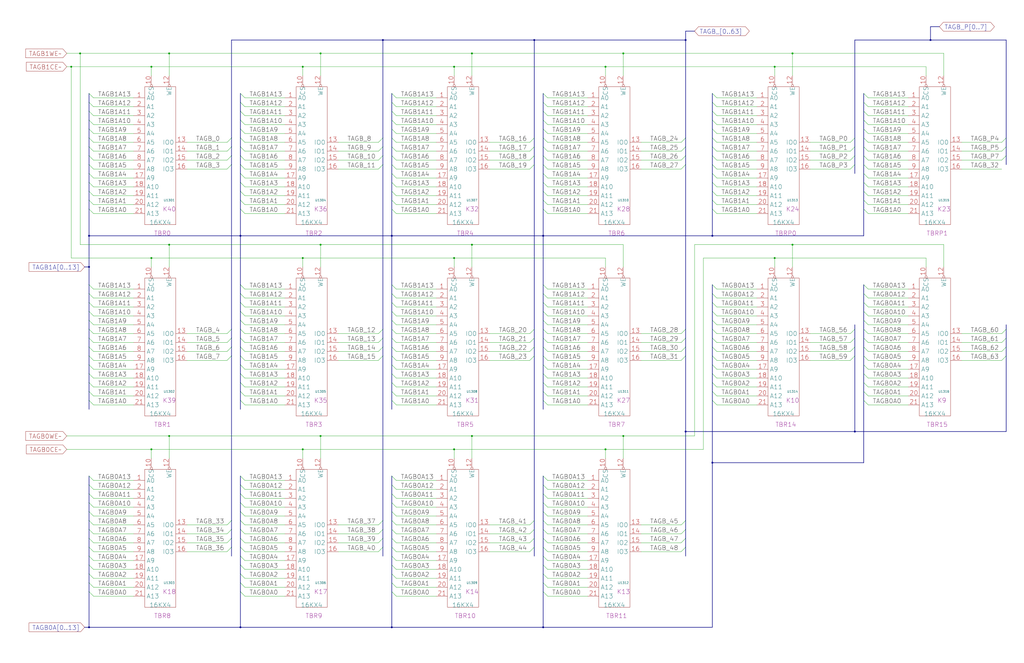
<source format=kicad_sch>
(kicad_sch (version 20250114) (generator "eeschema") (generator_version "9.0")
  (paper "User" 584.2 378.46)
  (title_block (title "TAGB RAMS\\n0:40, 56:63, P0:P5, P7") (date "08-MAR-90") (rev "0.0") (comment 1 "MEM32 BOARD") (comment 2 "232-003066") (comment 3 "S400") (comment 4 "RELEASED"))
  (junction (at 86.36 256.54))
  (junction (at 441.96 38.1))
  (junction (at 182.88 30.48))
  (junction (at 452.12 139.7))
  (junction (at 441.96 147.32))
  (junction (at 391.16 246.38))
  (junction (at 269.24 30.48))
  (junction (at 452.12 30.48))
  (junction (at 304.8 22.86))
  (junction (at 259.08 256.54))
  (junction (at 309.88 358.14))
  (junction (at 86.36 38.1))
  (junction (at 223.52 134.62))
  (junction (at 345.44 38.1))
  (junction (at 40.64 38.1))
  (junction (at 406.4 264.16))
  (junction (at 172.72 256.54))
  (junction (at 172.72 38.1))
  (junction (at 137.16 358.14))
  (junction (at 96.52 30.48))
  (junction (at 487.68 246.38))
  (junction (at 355.6 30.48))
  (junction (at 355.6 248.92))
  (junction (at 172.72 147.32))
  (junction (at 50.8 358.14))
  (junction (at 530.86 22.86))
  (junction (at 269.24 248.92))
  (junction (at 45.72 30.48))
  (junction (at 259.08 38.1))
  (junction (at 182.88 139.7))
  (junction (at 96.52 139.7))
  (junction (at 391.16 22.86))
  (junction (at 309.88 134.62))
  (junction (at 269.24 139.7))
  (junction (at 50.8 152.4))
  (junction (at 137.16 134.62))
  (junction (at 259.08 147.32))
  (junction (at 182.88 248.92))
  (junction (at 406.4 134.62))
  (junction (at 218.44 22.86))
  (junction (at 50.8 134.62))
  (junction (at 86.36 147.32))
  (junction (at 96.52 248.92))
  (junction (at 223.52 358.14))
  (junction (at 345.44 256.54))
  (bus_entry (at 406.4 162.56) (size 2.54 2.54))
  (bus_entry (at 492.76 104.14) (size 2.54 2.54))
  (bus_entry (at 406.4 63.5) (size 2.54 2.54))
  (bus_entry (at 391.16 193.04) (size -2.54 2.54))
  (bus_entry (at 50.8 99.06) (size 2.54 2.54))
  (bus_entry (at 223.52 187.96) (size 2.54 2.54))
  (bus_entry (at 137.16 187.96) (size 2.54 2.54))
  (bus_entry (at 50.8 73.66) (size 2.54 2.54))
  (bus_entry (at 223.52 228.6) (size 2.54 2.54))
  (bus_entry (at 391.16 198.12) (size -2.54 2.54))
  (bus_entry (at 137.16 162.56) (size 2.54 2.54))
  (bus_entry (at 137.16 322.58) (size 2.54 2.54))
  (bus_entry (at 406.4 208.28) (size 2.54 2.54))
  (bus_entry (at 137.16 276.86) (size 2.54 2.54))
  (bus_entry (at 223.52 276.86) (size 2.54 2.54))
  (bus_entry (at 50.8 58.42) (size 2.54 2.54))
  (bus_entry (at 132.08 193.04) (size -2.54 2.54))
  (bus_entry (at 391.16 312.42) (size -2.54 2.54))
  (bus_entry (at 304.8 93.98) (size -2.54 2.54))
  (bus_entry (at 406.4 109.22) (size 2.54 2.54))
  (bus_entry (at 309.88 193.04) (size 2.54 2.54))
  (bus_entry (at 406.4 203.2) (size 2.54 2.54))
  (bus_entry (at 223.52 327.66) (size 2.54 2.54))
  (bus_entry (at 223.52 337.82) (size 2.54 2.54))
  (bus_entry (at 574.04 193.04) (size -2.54 2.54))
  (bus_entry (at 304.8 78.74) (size -2.54 2.54))
  (bus_entry (at 137.16 297.18) (size 2.54 2.54))
  (bus_entry (at 492.76 223.52) (size 2.54 2.54))
  (bus_entry (at 223.52 119.38) (size 2.54 2.54))
  (bus_entry (at 406.4 198.12) (size 2.54 2.54))
  (bus_entry (at 50.8 208.28) (size 2.54 2.54))
  (bus_entry (at 487.68 83.82) (size -2.54 2.54))
  (bus_entry (at 309.88 109.22) (size 2.54 2.54))
  (bus_entry (at 309.88 317.5) (size 2.54 2.54))
  (bus_entry (at 492.76 119.38) (size 2.54 2.54))
  (bus_entry (at 309.88 281.94) (size 2.54 2.54))
  (bus_entry (at 492.76 88.9) (size 2.54 2.54))
  (bus_entry (at 309.88 271.78) (size 2.54 2.54))
  (bus_entry (at 137.16 193.04) (size 2.54 2.54))
  (bus_entry (at 223.52 177.8) (size 2.54 2.54))
  (bus_entry (at 137.16 68.58) (size 2.54 2.54))
  (bus_entry (at 137.16 337.82) (size 2.54 2.54))
  (bus_entry (at 137.16 109.22) (size 2.54 2.54))
  (bus_entry (at 492.76 63.5) (size 2.54 2.54))
  (bus_entry (at 309.88 198.12) (size 2.54 2.54))
  (bus_entry (at 406.4 53.34) (size 2.54 2.54))
  (bus_entry (at 309.88 78.74) (size 2.54 2.54))
  (bus_entry (at 50.8 63.5) (size 2.54 2.54))
  (bus_entry (at 223.52 223.52) (size 2.54 2.54))
  (bus_entry (at 492.76 78.74) (size 2.54 2.54))
  (bus_entry (at 223.52 198.12) (size 2.54 2.54))
  (bus_entry (at 309.88 203.2) (size 2.54 2.54))
  (bus_entry (at 137.16 302.26) (size 2.54 2.54))
  (bus_entry (at 304.8 198.12) (size -2.54 2.54))
  (bus_entry (at 218.44 198.12) (size -2.54 2.54))
  (bus_entry (at 50.8 198.12) (size 2.54 2.54))
  (bus_entry (at 132.08 302.26) (size -2.54 2.54))
  (bus_entry (at 574.04 187.96) (size -2.54 2.54))
  (bus_entry (at 492.76 68.58) (size 2.54 2.54))
  (bus_entry (at 218.44 193.04) (size -2.54 2.54))
  (bus_entry (at 223.52 68.58) (size 2.54 2.54))
  (bus_entry (at 304.8 193.04) (size -2.54 2.54))
  (bus_entry (at 50.8 93.98) (size 2.54 2.54))
  (bus_entry (at 492.76 114.3) (size 2.54 2.54))
  (bus_entry (at 223.52 162.56) (size 2.54 2.54))
  (bus_entry (at 223.52 218.44) (size 2.54 2.54))
  (bus_entry (at 309.88 88.9) (size 2.54 2.54))
  (bus_entry (at 223.52 302.26) (size 2.54 2.54))
  (bus_entry (at 223.52 297.18) (size 2.54 2.54))
  (bus_entry (at 574.04 83.82) (size -2.54 2.54))
  (bus_entry (at 137.16 104.14) (size 2.54 2.54))
  (bus_entry (at 406.4 73.66) (size 2.54 2.54))
  (bus_entry (at 304.8 187.96) (size -2.54 2.54))
  (bus_entry (at 492.76 193.04) (size 2.54 2.54))
  (bus_entry (at 132.08 83.82) (size -2.54 2.54))
  (bus_entry (at 137.16 53.34) (size 2.54 2.54))
  (bus_entry (at 218.44 203.2) (size -2.54 2.54))
  (bus_entry (at 50.8 218.44) (size 2.54 2.54))
  (bus_entry (at 50.8 287.02) (size 2.54 2.54))
  (bus_entry (at 391.16 83.82) (size -2.54 2.54))
  (bus_entry (at 50.8 187.96) (size 2.54 2.54))
  (bus_entry (at 137.16 78.74) (size 2.54 2.54))
  (bus_entry (at 137.16 99.06) (size 2.54 2.54))
  (bus_entry (at 309.88 208.28) (size 2.54 2.54))
  (bus_entry (at 50.8 292.1) (size 2.54 2.54))
  (bus_entry (at 406.4 68.58) (size 2.54 2.54))
  (bus_entry (at 132.08 93.98) (size -2.54 2.54))
  (bus_entry (at 223.52 322.58) (size 2.54 2.54))
  (bus_entry (at 309.88 83.82) (size 2.54 2.54))
  (bus_entry (at 223.52 88.9) (size 2.54 2.54))
  (bus_entry (at 50.8 172.72) (size 2.54 2.54))
  (bus_entry (at 223.52 73.66) (size 2.54 2.54))
  (bus_entry (at 406.4 228.6) (size 2.54 2.54))
  (bus_entry (at 309.88 322.58) (size 2.54 2.54))
  (bus_entry (at 574.04 203.2) (size -2.54 2.54))
  (bus_entry (at 406.4 218.44) (size 2.54 2.54))
  (bus_entry (at 309.88 73.66) (size 2.54 2.54))
  (bus_entry (at 223.52 332.74) (size 2.54 2.54))
  (bus_entry (at 391.16 297.18) (size -2.54 2.54))
  (bus_entry (at 309.88 218.44) (size 2.54 2.54))
  (bus_entry (at 223.52 109.22) (size 2.54 2.54))
  (bus_entry (at 487.68 78.74) (size -2.54 2.54))
  (bus_entry (at 309.88 327.66) (size 2.54 2.54))
  (bus_entry (at 132.08 307.34) (size -2.54 2.54))
  (bus_entry (at 223.52 78.74) (size 2.54 2.54))
  (bus_entry (at 406.4 114.3) (size 2.54 2.54))
  (bus_entry (at 223.52 312.42) (size 2.54 2.54))
  (bus_entry (at 137.16 177.8) (size 2.54 2.54))
  (bus_entry (at 223.52 193.04) (size 2.54 2.54))
  (bus_entry (at 309.88 187.96) (size 2.54 2.54))
  (bus_entry (at 50.8 53.34) (size 2.54 2.54))
  (bus_entry (at 50.8 182.88) (size 2.54 2.54))
  (bus_entry (at 304.8 88.9) (size -2.54 2.54))
  (bus_entry (at 137.16 332.74) (size 2.54 2.54))
  (bus_entry (at 309.88 114.3) (size 2.54 2.54))
  (bus_entry (at 309.88 297.18) (size 2.54 2.54))
  (bus_entry (at 391.16 93.98) (size -2.54 2.54))
  (bus_entry (at 50.8 322.58) (size 2.54 2.54))
  (bus_entry (at 137.16 223.52) (size 2.54 2.54))
  (bus_entry (at 309.88 332.74) (size 2.54 2.54))
  (bus_entry (at 223.52 317.5) (size 2.54 2.54))
  (bus_entry (at 137.16 327.66) (size 2.54 2.54))
  (bus_entry (at 223.52 63.5) (size 2.54 2.54))
  (bus_entry (at 218.44 307.34) (size -2.54 2.54))
  (bus_entry (at 492.76 83.82) (size 2.54 2.54))
  (bus_entry (at 137.16 307.34) (size 2.54 2.54))
  (bus_entry (at 406.4 177.8) (size 2.54 2.54))
  (bus_entry (at 50.8 104.14) (size 2.54 2.54))
  (bus_entry (at 309.88 337.82) (size 2.54 2.54))
  (bus_entry (at 50.8 119.38) (size 2.54 2.54))
  (bus_entry (at 223.52 182.88) (size 2.54 2.54))
  (bus_entry (at 492.76 213.36) (size 2.54 2.54))
  (bus_entry (at 137.16 281.94) (size 2.54 2.54))
  (bus_entry (at 223.52 203.2) (size 2.54 2.54))
  (bus_entry (at 50.8 332.74) (size 2.54 2.54))
  (bus_entry (at 391.16 78.74) (size -2.54 2.54))
  (bus_entry (at 304.8 83.82) (size -2.54 2.54))
  (bus_entry (at 50.8 281.94) (size 2.54 2.54))
  (bus_entry (at 223.52 114.3) (size 2.54 2.54))
  (bus_entry (at 132.08 297.18) (size -2.54 2.54))
  (bus_entry (at 309.88 312.42) (size 2.54 2.54))
  (bus_entry (at 137.16 58.42) (size 2.54 2.54))
  (bus_entry (at 50.8 276.86) (size 2.54 2.54))
  (bus_entry (at 406.4 78.74) (size 2.54 2.54))
  (bus_entry (at 309.88 223.52) (size 2.54 2.54))
  (bus_entry (at 137.16 63.5) (size 2.54 2.54))
  (bus_entry (at 406.4 187.96) (size 2.54 2.54))
  (bus_entry (at 137.16 218.44) (size 2.54 2.54))
  (bus_entry (at 50.8 203.2) (size 2.54 2.54))
  (bus_entry (at 406.4 104.14) (size 2.54 2.54))
  (bus_entry (at 223.52 93.98) (size 2.54 2.54))
  (bus_entry (at 406.4 223.52) (size 2.54 2.54))
  (bus_entry (at 218.44 302.26) (size -2.54 2.54))
  (bus_entry (at 50.8 302.26) (size 2.54 2.54))
  (bus_entry (at 309.88 58.42) (size 2.54 2.54))
  (bus_entry (at 137.16 287.02) (size 2.54 2.54))
  (bus_entry (at 406.4 172.72) (size 2.54 2.54))
  (bus_entry (at 137.16 317.5) (size 2.54 2.54))
  (bus_entry (at 223.52 271.78) (size 2.54 2.54))
  (bus_entry (at 137.16 114.3) (size 2.54 2.54))
  (bus_entry (at 137.16 203.2) (size 2.54 2.54))
  (bus_entry (at 137.16 73.66) (size 2.54 2.54))
  (bus_entry (at 406.4 119.38) (size 2.54 2.54))
  (bus_entry (at 223.52 104.14) (size 2.54 2.54))
  (bus_entry (at 492.76 58.42) (size 2.54 2.54))
  (bus_entry (at 223.52 58.42) (size 2.54 2.54))
  (bus_entry (at 309.88 167.64) (size 2.54 2.54))
  (bus_entry (at 137.16 167.64) (size 2.54 2.54))
  (bus_entry (at 218.44 312.42) (size -2.54 2.54))
  (bus_entry (at 50.8 223.52) (size 2.54 2.54))
  (bus_entry (at 223.52 99.06) (size 2.54 2.54))
  (bus_entry (at 492.76 203.2) (size 2.54 2.54))
  (bus_entry (at 406.4 99.06) (size 2.54 2.54))
  (bus_entry (at 406.4 167.64) (size 2.54 2.54))
  (bus_entry (at 492.76 109.22) (size 2.54 2.54))
  (bus_entry (at 223.52 208.28) (size 2.54 2.54))
  (bus_entry (at 492.76 228.6) (size 2.54 2.54))
  (bus_entry (at 218.44 83.82) (size -2.54 2.54))
  (bus_entry (at 391.16 88.9) (size -2.54 2.54))
  (bus_entry (at 50.8 327.66) (size 2.54 2.54))
  (bus_entry (at 132.08 78.74) (size -2.54 2.54))
  (bus_entry (at 223.52 281.94) (size 2.54 2.54))
  (bus_entry (at 492.76 218.44) (size 2.54 2.54))
  (bus_entry (at 492.76 172.72) (size 2.54 2.54))
  (bus_entry (at 309.88 104.14) (size 2.54 2.54))
  (bus_entry (at 223.52 53.34) (size 2.54 2.54))
  (bus_entry (at 137.16 228.6) (size 2.54 2.54))
  (bus_entry (at 218.44 93.98) (size -2.54 2.54))
  (bus_entry (at 406.4 93.98) (size 2.54 2.54))
  (bus_entry (at 223.52 213.36) (size 2.54 2.54))
  (bus_entry (at 137.16 182.88) (size 2.54 2.54))
  (bus_entry (at 50.8 317.5) (size 2.54 2.54))
  (bus_entry (at 50.8 193.04) (size 2.54 2.54))
  (bus_entry (at 309.88 99.06) (size 2.54 2.54))
  (bus_entry (at 309.88 307.34) (size 2.54 2.54))
  (bus_entry (at 309.88 93.98) (size 2.54 2.54))
  (bus_entry (at 406.4 58.42) (size 2.54 2.54))
  (bus_entry (at 137.16 208.28) (size 2.54 2.54))
  (bus_entry (at 137.16 312.42) (size 2.54 2.54))
  (bus_entry (at 309.88 292.1) (size 2.54 2.54))
  (bus_entry (at 391.16 187.96) (size -2.54 2.54))
  (bus_entry (at 218.44 187.96) (size -2.54 2.54))
  (bus_entry (at 492.76 182.88) (size 2.54 2.54))
  (bus_entry (at 50.8 177.8) (size 2.54 2.54))
  (bus_entry (at 50.8 114.3) (size 2.54 2.54))
  (bus_entry (at 391.16 307.34) (size -2.54 2.54))
  (bus_entry (at 132.08 187.96) (size -2.54 2.54))
  (bus_entry (at 391.16 302.26) (size -2.54 2.54))
  (bus_entry (at 487.68 198.12) (size -2.54 2.54))
  (bus_entry (at 50.8 297.18) (size 2.54 2.54))
  (bus_entry (at 406.4 182.88) (size 2.54 2.54))
  (bus_entry (at 137.16 88.9) (size 2.54 2.54))
  (bus_entry (at 487.68 193.04) (size -2.54 2.54))
  (bus_entry (at 304.8 307.34) (size -2.54 2.54))
  (bus_entry (at 309.88 172.72) (size 2.54 2.54))
  (bus_entry (at 406.4 213.36) (size 2.54 2.54))
  (bus_entry (at 492.76 99.06) (size 2.54 2.54))
  (bus_entry (at 137.16 292.1) (size 2.54 2.54))
  (bus_entry (at 50.8 109.22) (size 2.54 2.54))
  (bus_entry (at 487.68 203.2) (size -2.54 2.54))
  (bus_entry (at 309.88 63.5) (size 2.54 2.54))
  (bus_entry (at 492.76 177.8) (size 2.54 2.54))
  (bus_entry (at 132.08 203.2) (size -2.54 2.54))
  (bus_entry (at 137.16 119.38) (size 2.54 2.54))
  (bus_entry (at 487.68 88.9) (size -2.54 2.54))
  (bus_entry (at 309.88 53.34) (size 2.54 2.54))
  (bus_entry (at 50.8 337.82) (size 2.54 2.54))
  (bus_entry (at 574.04 78.74) (size -2.54 2.54))
  (bus_entry (at 137.16 93.98) (size 2.54 2.54))
  (bus_entry (at 218.44 297.18) (size -2.54 2.54))
  (bus_entry (at 406.4 193.04) (size 2.54 2.54))
  (bus_entry (at 132.08 198.12) (size -2.54 2.54))
  (bus_entry (at 50.8 78.74) (size 2.54 2.54))
  (bus_entry (at 50.8 68.58) (size 2.54 2.54))
  (bus_entry (at 487.68 93.98) (size -2.54 2.54))
  (bus_entry (at 309.88 276.86) (size 2.54 2.54))
  (bus_entry (at 309.88 119.38) (size 2.54 2.54))
  (bus_entry (at 137.16 83.82) (size 2.54 2.54))
  (bus_entry (at 391.16 203.2) (size -2.54 2.54))
  (bus_entry (at 223.52 172.72) (size 2.54 2.54))
  (bus_entry (at 492.76 93.98) (size 2.54 2.54))
  (bus_entry (at 492.76 167.64) (size 2.54 2.54))
  (bus_entry (at 304.8 297.18) (size -2.54 2.54))
  (bus_entry (at 50.8 213.36) (size 2.54 2.54))
  (bus_entry (at 574.04 198.12) (size -2.54 2.54))
  (bus_entry (at 137.16 198.12) (size 2.54 2.54))
  (bus_entry (at 309.88 182.88) (size 2.54 2.54))
  (bus_entry (at 50.8 271.78) (size 2.54 2.54))
  (bus_entry (at 50.8 228.6) (size 2.54 2.54))
  (bus_entry (at 309.88 68.58) (size 2.54 2.54))
  (bus_entry (at 50.8 312.42) (size 2.54 2.54))
  (bus_entry (at 223.52 287.02) (size 2.54 2.54))
  (bus_entry (at 492.76 162.56) (size 2.54 2.54))
  (bus_entry (at 50.8 88.9) (size 2.54 2.54))
  (bus_entry (at 304.8 203.2) (size -2.54 2.54))
  (bus_entry (at 574.04 88.9) (size -2.54 2.54))
  (bus_entry (at 487.68 187.96) (size -2.54 2.54))
  (bus_entry (at 132.08 88.9) (size -2.54 2.54))
  (bus_entry (at 309.88 287.02) (size 2.54 2.54))
  (bus_entry (at 406.4 88.9) (size 2.54 2.54))
  (bus_entry (at 492.76 208.28) (size 2.54 2.54))
  (bus_entry (at 492.76 53.34) (size 2.54 2.54))
  (bus_entry (at 309.88 162.56) (size 2.54 2.54))
  (bus_entry (at 223.52 292.1) (size 2.54 2.54))
  (bus_entry (at 492.76 187.96) (size 2.54 2.54))
  (bus_entry (at 218.44 78.74) (size -2.54 2.54))
  (bus_entry (at 304.8 302.26) (size -2.54 2.54))
  (bus_entry (at 309.88 213.36) (size 2.54 2.54))
  (bus_entry (at 50.8 167.64) (size 2.54 2.54))
  (bus_entry (at 223.52 83.82) (size 2.54 2.54))
  (bus_entry (at 132.08 312.42) (size -2.54 2.54))
  (bus_entry (at 309.88 228.6) (size 2.54 2.54))
  (bus_entry (at 137.16 271.78) (size 2.54 2.54))
  (bus_entry (at 309.88 302.26) (size 2.54 2.54))
  (bus_entry (at 218.44 88.9) (size -2.54 2.54))
  (bus_entry (at 223.52 307.34) (size 2.54 2.54))
  (bus_entry (at 223.52 167.64) (size 2.54 2.54))
  (bus_entry (at 50.8 307.34) (size 2.54 2.54))
  (bus_entry (at 137.16 172.72) (size 2.54 2.54))
  (bus_entry (at 492.76 198.12) (size 2.54 2.54))
  (bus_entry (at 309.88 177.8) (size 2.54 2.54))
  (bus_entry (at 304.8 312.42) (size -2.54 2.54))
  (bus_entry (at 406.4 83.82) (size 2.54 2.54))
  (bus_entry (at 50.8 162.56) (size 2.54 2.54))
  (bus_entry (at 492.76 73.66) (size 2.54 2.54))
  (bus_entry (at 50.8 83.82) (size 2.54 2.54))
  (bus_entry (at 137.16 213.36) (size 2.54 2.54))
  (wire (pts (xy 139.7 175.26) (xy 162.56 175.26)))
  (wire (pts (xy 226.06 325.12) (xy 248.92 325.12)))
  (wire (pts (xy 139.7 111.76) (xy 162.56 111.76)))
  (wire (pts (xy 312.42 274.32) (xy 335.28 274.32)))
  (wire (pts (xy 193.04 304.8) (xy 215.9 304.8)))
  (wire (pts (xy 139.7 185.42) (xy 162.56 185.42)))
  (bus (pts (xy 309.88 162.56) (xy 309.88 167.64)))
  (bus (pts (xy 223.52 187.96) (xy 223.52 193.04)))
  (wire (pts (xy 312.42 175.26) (xy 335.28 175.26)))
  (bus (pts (xy 535.94 15.24) (xy 530.86 15.24)))
  (wire (pts (xy 408.94 175.26) (xy 431.8 175.26)))
  (bus (pts (xy 137.16 327.66) (xy 137.16 332.74)))
  (wire (pts (xy 193.04 96.52) (xy 215.9 96.52)))
  (bus (pts (xy 406.4 228.6) (xy 406.4 264.16)))
  (wire (pts (xy 139.7 200.66) (xy 162.56 200.66)))
  (bus (pts (xy 406.4 182.88) (xy 406.4 187.96)))
  (wire (pts (xy 139.7 335.28) (xy 162.56 335.28)))
  (wire (pts (xy 53.34 279.4) (xy 76.2 279.4)))
  (bus (pts (xy 132.08 198.12) (xy 132.08 203.2)))
  (wire (pts (xy 53.34 81.28) (xy 76.2 81.28)))
  (wire (pts (xy 226.06 289.56) (xy 248.92 289.56)))
  (bus (pts (xy 223.52 218.44) (xy 223.52 223.52)))
  (wire (pts (xy 139.7 86.36) (xy 162.56 86.36)))
  (bus (pts (xy 218.44 302.26) (xy 218.44 307.34)))
  (wire (pts (xy 355.6 139.7) (xy 355.6 152.4)))
  (wire (pts (xy 172.72 147.32) (xy 172.72 152.4)))
  (bus (pts (xy 309.88 177.8) (xy 309.88 182.88)))
  (wire (pts (xy 312.42 81.28) (xy 335.28 81.28)))
  (wire (pts (xy 96.52 248.92) (xy 96.52 261.62)))
  (wire (pts (xy 408.94 121.92) (xy 431.8 121.92)))
  (bus (pts (xy 132.08 297.18) (xy 132.08 302.26)))
  (bus (pts (xy 406.4 264.16) (xy 406.4 358.14)))
  (bus (pts (xy 223.52 307.34) (xy 223.52 312.42)))
  (bus (pts (xy 492.76 177.8) (xy 492.76 182.88)))
  (wire (pts (xy 45.72 30.48) (xy 96.52 30.48)))
  (bus (pts (xy 406.4 167.64) (xy 406.4 172.72)))
  (bus (pts (xy 50.8 271.78) (xy 50.8 276.86)))
  (wire (pts (xy 53.34 185.42) (xy 76.2 185.42)))
  (wire (pts (xy 495.3 55.88) (xy 518.16 55.88)))
  (bus (pts (xy 50.8 223.52) (xy 50.8 228.6)))
  (bus (pts (xy 492.76 172.72) (xy 492.76 177.8)))
  (wire (pts (xy 269.24 139.7) (xy 269.24 152.4)))
  (bus (pts (xy 137.16 53.34) (xy 137.16 58.42)))
  (bus (pts (xy 50.8 312.42) (xy 50.8 317.5)))
  (wire (pts (xy 86.36 147.32) (xy 86.36 152.4)))
  (bus (pts (xy 50.8 162.56) (xy 50.8 167.64)))
  (bus (pts (xy 50.8 337.82) (xy 50.8 358.14)))
  (wire (pts (xy 408.94 200.66) (xy 431.8 200.66)))
  (wire (pts (xy 106.68 91.44) (xy 129.54 91.44)))
  (bus (pts (xy 223.52 337.82) (xy 223.52 358.14)))
  (wire (pts (xy 226.06 299.72) (xy 248.92 299.72)))
  (wire (pts (xy 408.94 106.68) (xy 431.8 106.68)))
  (wire (pts (xy 38.1 30.48) (xy 45.72 30.48)))
  (wire (pts (xy 462.28 195.58) (xy 485.14 195.58)))
  (wire (pts (xy 528.32 147.32) (xy 528.32 152.4)))
  (bus (pts (xy 309.88 276.86) (xy 309.88 281.94)))
  (wire (pts (xy 226.06 314.96) (xy 248.92 314.96)))
  (wire (pts (xy 53.34 71.12) (xy 76.2 71.12)))
  (wire (pts (xy 495.3 185.42) (xy 518.16 185.42)))
  (wire (pts (xy 312.42 215.9) (xy 335.28 215.9)))
  (wire (pts (xy 312.42 325.12) (xy 335.28 325.12)))
  (wire (pts (xy 193.04 195.58) (xy 215.9 195.58)))
  (bus (pts (xy 137.16 208.28) (xy 137.16 213.36)))
  (bus (pts (xy 223.52 193.04) (xy 223.52 198.12)))
  (bus (pts (xy 50.8 228.6) (xy 50.8 233.68)))
  (bus (pts (xy 137.16 302.26) (xy 137.16 307.34)))
  (wire (pts (xy 139.7 274.32) (xy 162.56 274.32)))
  (wire (pts (xy 53.34 210.82) (xy 76.2 210.82)))
  (bus (pts (xy 406.4 177.8) (xy 406.4 182.88)))
  (bus (pts (xy 304.8 307.34) (xy 304.8 312.42)))
  (bus (pts (xy 487.68 203.2) (xy 487.68 246.38)))
  (bus (pts (xy 574.04 83.82) (xy 574.04 88.9)))
  (bus (pts (xy 396.24 17.78) (xy 391.16 17.78)))
  (wire (pts (xy 355.6 248.92) (xy 355.6 261.62)))
  (bus (pts (xy 137.16 276.86) (xy 137.16 281.94)))
  (wire (pts (xy 462.28 86.36) (xy 485.14 86.36)))
  (wire (pts (xy 139.7 106.68) (xy 162.56 106.68)))
  (wire (pts (xy 312.42 200.66) (xy 335.28 200.66)))
  (wire (pts (xy 226.06 185.42) (xy 248.92 185.42)))
  (bus (pts (xy 223.52 53.34) (xy 223.52 58.42)))
  (wire (pts (xy 53.34 76.2) (xy 76.2 76.2)))
  (bus (pts (xy 304.8 93.98) (xy 304.8 187.96)))
  (wire (pts (xy 139.7 71.12) (xy 162.56 71.12)))
  (bus (pts (xy 492.76 218.44) (xy 492.76 223.52)))
  (wire (pts (xy 495.3 71.12) (xy 518.16 71.12)))
  (bus (pts (xy 309.88 223.52) (xy 309.88 228.6)))
  (wire (pts (xy 279.4 314.96) (xy 302.26 314.96)))
  (bus (pts (xy 50.8 317.5) (xy 50.8 322.58)))
  (bus (pts (xy 137.16 93.98) (xy 137.16 99.06)))
  (bus (pts (xy 574.04 88.9) (xy 574.04 93.98)))
  (wire (pts (xy 548.64 205.74) (xy 571.5 205.74)))
  (bus (pts (xy 50.8 281.94) (xy 50.8 287.02)))
  (bus (pts (xy 223.52 58.42) (xy 223.52 63.5)))
  (wire (pts (xy 106.68 195.58) (xy 129.54 195.58)))
  (wire (pts (xy 345.44 147.32) (xy 345.44 152.4)))
  (wire (pts (xy 312.42 116.84) (xy 335.28 116.84)))
  (bus (pts (xy 391.16 302.26) (xy 391.16 307.34)))
  (bus (pts (xy 492.76 88.9) (xy 492.76 93.98)))
  (bus (pts (xy 492.76 78.74) (xy 492.76 83.82)))
  (bus (pts (xy 309.88 292.1) (xy 309.88 297.18)))
  (wire (pts (xy 53.34 215.9) (xy 76.2 215.9)))
  (bus (pts (xy 132.08 93.98) (xy 132.08 187.96)))
  (bus (pts (xy 137.16 99.06) (xy 137.16 104.14)))
  (wire (pts (xy 355.6 30.48) (xy 452.12 30.48)))
  (wire (pts (xy 495.3 96.52) (xy 518.16 96.52)))
  (wire (pts (xy 226.06 340.36) (xy 248.92 340.36)))
  (wire (pts (xy 312.42 190.5) (xy 335.28 190.5)))
  (bus (pts (xy 492.76 104.14) (xy 492.76 109.22)))
  (bus (pts (xy 223.52 83.82) (xy 223.52 88.9)))
  (bus (pts (xy 309.88 119.38) (xy 309.88 134.62)))
  (bus (pts (xy 137.16 134.62) (xy 137.16 162.56)))
  (bus (pts (xy 223.52 317.5) (xy 223.52 322.58)))
  (wire (pts (xy 53.34 111.76) (xy 76.2 111.76)))
  (bus (pts (xy 492.76 203.2) (xy 492.76 208.28)))
  (wire (pts (xy 139.7 330.2) (xy 162.56 330.2)))
  (bus (pts (xy 137.16 134.62) (xy 223.52 134.62)))
  (bus (pts (xy 309.88 317.5) (xy 309.88 322.58)))
  (bus (pts (xy 530.86 22.86) (xy 487.68 22.86)))
  (wire (pts (xy 312.42 294.64) (xy 335.28 294.64)))
  (bus (pts (xy 487.68 78.74) (xy 487.68 83.82)))
  (wire (pts (xy 312.42 121.92) (xy 335.28 121.92)))
  (bus (pts (xy 223.52 134.62) (xy 309.88 134.62)))
  (wire (pts (xy 279.4 91.44) (xy 302.26 91.44)))
  (bus (pts (xy 137.16 271.78) (xy 137.16 276.86)))
  (bus (pts (xy 309.88 332.74) (xy 309.88 337.82)))
  (wire (pts (xy 172.72 147.32) (xy 259.08 147.32)))
  (bus (pts (xy 223.52 322.58) (xy 223.52 327.66)))
  (bus (pts (xy 309.88 68.58) (xy 309.88 73.66)))
  (bus (pts (xy 391.16 193.04) (xy 391.16 198.12)))
  (wire (pts (xy 53.34 165.1) (xy 76.2 165.1)))
  (wire (pts (xy 312.42 185.42) (xy 335.28 185.42)))
  (wire (pts (xy 312.42 284.48) (xy 335.28 284.48)))
  (wire (pts (xy 548.64 190.5) (xy 571.5 190.5)))
  (wire (pts (xy 408.94 96.52) (xy 431.8 96.52)))
  (bus (pts (xy 218.44 83.82) (xy 218.44 88.9)))
  (wire (pts (xy 53.34 116.84) (xy 76.2 116.84)))
  (wire (pts (xy 495.3 210.82) (xy 518.16 210.82)))
  (wire (pts (xy 355.6 30.48) (xy 355.6 43.18)))
  (wire (pts (xy 40.64 147.32) (xy 86.36 147.32)))
  (bus (pts (xy 574.04 185.42) (xy 574.04 187.96)))
  (wire (pts (xy 312.42 320.04) (xy 335.28 320.04)))
  (wire (pts (xy 408.94 76.2) (xy 431.8 76.2)))
  (bus (pts (xy 406.4 218.44) (xy 406.4 223.52)))
  (bus (pts (xy 309.88 63.5) (xy 309.88 68.58)))
  (bus (pts (xy 574.04 22.86) (xy 574.04 78.74)))
  (bus (pts (xy 50.8 322.58) (xy 50.8 327.66)))
  (wire (pts (xy 495.3 215.9) (xy 518.16 215.9)))
  (wire (pts (xy 495.3 190.5) (xy 518.16 190.5)))
  (bus (pts (xy 50.8 63.5) (xy 50.8 68.58)))
  (bus (pts (xy 309.88 337.82) (xy 309.88 358.14)))
  (bus (pts (xy 304.8 83.82) (xy 304.8 88.9)))
  (bus (pts (xy 406.4 88.9) (xy 406.4 93.98)))
  (bus (pts (xy 137.16 228.6) (xy 137.16 233.68)))
  (bus (pts (xy 50.8 83.82) (xy 50.8 88.9)))
  (bus (pts (xy 137.16 218.44) (xy 137.16 223.52)))
  (wire (pts (xy 226.06 195.58) (xy 248.92 195.58)))
  (bus (pts (xy 50.8 187.96) (xy 50.8 193.04)))
  (wire (pts (xy 106.68 309.88) (xy 129.54 309.88)))
  (bus (pts (xy 406.4 104.14) (xy 406.4 109.22)))
  (bus (pts (xy 223.52 292.1) (xy 223.52 297.18)))
  (bus (pts (xy 406.4 99.06) (xy 406.4 104.14)))
  (wire (pts (xy 312.42 299.72) (xy 335.28 299.72)))
  (wire (pts (xy 139.7 76.2) (xy 162.56 76.2)))
  (wire (pts (xy 312.42 314.96) (xy 335.28 314.96)))
  (wire (pts (xy 279.4 200.66) (xy 302.26 200.66)))
  (wire (pts (xy 495.3 60.96) (xy 518.16 60.96)))
  (wire (pts (xy 226.06 106.68) (xy 248.92 106.68)))
  (wire (pts (xy 408.94 205.74) (xy 431.8 205.74)))
  (bus (pts (xy 50.8 134.62) (xy 137.16 134.62)))
  (wire (pts (xy 226.06 81.28) (xy 248.92 81.28)))
  (wire (pts (xy 226.06 170.18) (xy 248.92 170.18)))
  (bus (pts (xy 223.52 88.9) (xy 223.52 93.98)))
  (wire (pts (xy 312.42 165.1) (xy 335.28 165.1)))
  (wire (pts (xy 279.4 195.58) (xy 302.26 195.58)))
  (bus (pts (xy 223.52 271.78) (xy 223.52 276.86)))
  (wire (pts (xy 53.34 180.34) (xy 76.2 180.34)))
  (bus (pts (xy 487.68 246.38) (xy 391.16 246.38)))
  (bus (pts (xy 492.76 193.04) (xy 492.76 198.12)))
  (bus (pts (xy 487.68 83.82) (xy 487.68 88.9)))
  (bus (pts (xy 391.16 246.38) (xy 391.16 297.18)))
  (bus (pts (xy 137.16 213.36) (xy 137.16 218.44)))
  (wire (pts (xy 53.34 101.6) (xy 76.2 101.6)))
  (bus (pts (xy 309.88 73.66) (xy 309.88 78.74)))
  (bus (pts (xy 50.8 114.3) (xy 50.8 119.38)))
  (wire (pts (xy 172.72 256.54) (xy 86.36 256.54)))
  (wire (pts (xy 495.3 165.1) (xy 518.16 165.1)))
  (bus (pts (xy 574.04 22.86) (xy 530.86 22.86)))
  (bus (pts (xy 223.52 177.8) (xy 223.52 182.88)))
  (wire (pts (xy 193.04 86.36) (xy 215.9 86.36)))
  (wire (pts (xy 53.34 121.92) (xy 76.2 121.92)))
  (wire (pts (xy 312.42 210.82) (xy 335.28 210.82)))
  (wire (pts (xy 53.34 340.36) (xy 76.2 340.36)))
  (bus (pts (xy 137.16 337.82) (xy 137.16 358.14)))
  (wire (pts (xy 528.32 147.32) (xy 441.96 147.32)))
  (wire (pts (xy 312.42 195.58) (xy 335.28 195.58)))
  (bus (pts (xy 137.16 332.74) (xy 137.16 337.82)))
  (bus (pts (xy 406.4 119.38) (xy 406.4 134.62)))
  (bus (pts (xy 223.52 276.86) (xy 223.52 281.94)))
  (wire (pts (xy 139.7 91.44) (xy 162.56 91.44)))
  (wire (pts (xy 139.7 325.12) (xy 162.56 325.12)))
  (wire (pts (xy 312.42 304.8) (xy 335.28 304.8)))
  (bus (pts (xy 492.76 167.64) (xy 492.76 172.72)))
  (wire (pts (xy 279.4 304.8) (xy 302.26 304.8)))
  (wire (pts (xy 441.96 38.1) (xy 345.44 38.1)))
  (bus (pts (xy 406.4 78.74) (xy 406.4 83.82)))
  (wire (pts (xy 312.42 86.36) (xy 335.28 86.36)))
  (wire (pts (xy 53.34 314.96) (xy 76.2 314.96)))
  (wire (pts (xy 312.42 76.2) (xy 335.28 76.2)))
  (bus (pts (xy 223.52 78.74) (xy 223.52 83.82)))
  (wire (pts (xy 226.06 111.76) (xy 248.92 111.76)))
  (wire (pts (xy 40.64 38.1) (xy 40.64 147.32)))
  (bus (pts (xy 50.8 297.18) (xy 50.8 302.26)))
  (wire (pts (xy 139.7 101.6) (xy 162.56 101.6)))
  (bus (pts (xy 309.88 198.12) (xy 309.88 203.2)))
  (wire (pts (xy 408.94 215.9) (xy 431.8 215.9)))
  (bus (pts (xy 50.8 134.62) (xy 50.8 152.4)))
  (wire (pts (xy 259.08 147.32) (xy 259.08 152.4)))
  (wire (pts (xy 38.1 38.1) (xy 40.64 38.1)))
  (bus (pts (xy 50.8 109.22) (xy 50.8 114.3)))
  (wire (pts (xy 96.52 30.48) (xy 182.88 30.48)))
  (wire (pts (xy 53.34 335.28) (xy 76.2 335.28)))
  (bus (pts (xy 391.16 297.18) (xy 391.16 302.26)))
  (wire (pts (xy 53.34 96.52) (xy 76.2 96.52)))
  (bus (pts (xy 137.16 68.58) (xy 137.16 73.66)))
  (bus (pts (xy 492.76 228.6) (xy 492.76 264.16)))
  (bus (pts (xy 223.52 63.5) (xy 223.52 68.58)))
  (bus (pts (xy 50.8 73.66) (xy 50.8 78.74)))
  (bus (pts (xy 309.88 99.06) (xy 309.88 104.14)))
  (wire (pts (xy 106.68 299.72) (xy 129.54 299.72)))
  (bus (pts (xy 391.16 78.74) (xy 391.16 83.82)))
  (wire (pts (xy 312.42 71.12) (xy 335.28 71.12)))
  (wire (pts (xy 365.76 190.5) (xy 388.62 190.5)))
  (wire (pts (xy 269.24 248.92) (xy 269.24 261.62)))
  (bus (pts (xy 492.76 109.22) (xy 492.76 114.3)))
  (wire (pts (xy 226.06 180.34) (xy 248.92 180.34)))
  (wire (pts (xy 312.42 220.98) (xy 335.28 220.98)))
  (wire (pts (xy 269.24 248.92) (xy 355.6 248.92)))
  (wire (pts (xy 226.06 190.5) (xy 248.92 190.5)))
  (wire (pts (xy 462.28 190.5) (xy 485.14 190.5)))
  (bus (pts (xy 304.8 312.42) (xy 304.8 317.5)))
  (wire (pts (xy 396.24 139.7) (xy 452.12 139.7)))
  (bus (pts (xy 304.8 198.12) (xy 304.8 203.2)))
  (wire (pts (xy 226.06 330.2) (xy 248.92 330.2)))
  (wire (pts (xy 452.12 139.7) (xy 452.12 152.4)))
  (wire (pts (xy 53.34 231.14) (xy 76.2 231.14)))
  (wire (pts (xy 495.3 81.28) (xy 518.16 81.28)))
  (wire (pts (xy 226.06 71.12) (xy 248.92 71.12)))
  (bus (pts (xy 137.16 63.5) (xy 137.16 68.58)))
  (bus (pts (xy 487.68 187.96) (xy 487.68 193.04)))
  (wire (pts (xy 226.06 320.04) (xy 248.92 320.04)))
  (wire (pts (xy 269.24 30.48) (xy 355.6 30.48)))
  (bus (pts (xy 406.4 213.36) (xy 406.4 218.44)))
  (wire (pts (xy 182.88 248.92) (xy 182.88 261.62)))
  (wire (pts (xy 193.04 309.88) (xy 215.9 309.88)))
  (wire (pts (xy 548.64 96.52) (xy 571.5 96.52)))
  (wire (pts (xy 312.42 101.6) (xy 335.28 101.6)))
  (wire (pts (xy 193.04 205.74) (xy 215.9 205.74)))
  (wire (pts (xy 53.34 284.48) (xy 76.2 284.48)))
  (bus (pts (xy 223.52 287.02) (xy 223.52 292.1)))
  (wire (pts (xy 312.42 340.36) (xy 335.28 340.36)))
  (wire (pts (xy 312.42 111.76) (xy 335.28 111.76)))
  (bus (pts (xy 406.4 63.5) (xy 406.4 68.58)))
  (bus (pts (xy 309.88 228.6) (xy 309.88 233.68)))
  (wire (pts (xy 139.7 180.34) (xy 162.56 180.34)))
  (bus (pts (xy 137.16 193.04) (xy 137.16 198.12)))
  (wire (pts (xy 226.06 66.04) (xy 248.92 66.04)))
  (bus (pts (xy 487.68 22.86) (xy 487.68 78.74)))
  (bus (pts (xy 50.8 302.26) (xy 50.8 307.34)))
  (wire (pts (xy 96.52 139.7) (xy 96.52 152.4)))
  (bus (pts (xy 406.4 134.62) (xy 492.76 134.62)))
  (wire (pts (xy 226.06 86.36) (xy 248.92 86.36)))
  (bus (pts (xy 218.44 88.9) (xy 218.44 93.98)))
  (bus (pts (xy 223.52 182.88) (xy 223.52 187.96)))
  (wire (pts (xy 96.52 248.92) (xy 182.88 248.92)))
  (wire (pts (xy 538.48 139.7) (xy 538.48 152.4)))
  (bus (pts (xy 50.8 53.34) (xy 50.8 58.42)))
  (wire (pts (xy 495.3 121.92) (xy 518.16 121.92)))
  (wire (pts (xy 408.94 116.84) (xy 431.8 116.84)))
  (wire (pts (xy 226.06 215.9) (xy 248.92 215.9)))
  (bus (pts (xy 132.08 22.86) (xy 218.44 22.86)))
  (wire (pts (xy 312.42 330.2) (xy 335.28 330.2)))
  (wire (pts (xy 226.06 205.74) (xy 248.92 205.74)))
  (bus (pts (xy 218.44 307.34) (xy 218.44 312.42)))
  (wire (pts (xy 53.34 320.04) (xy 76.2 320.04)))
  (bus (pts (xy 50.8 78.74) (xy 50.8 83.82)))
  (bus (pts (xy 406.4 203.2) (xy 406.4 208.28)))
  (wire (pts (xy 45.72 139.7) (xy 45.72 30.48)))
  (wire (pts (xy 312.42 231.14) (xy 335.28 231.14)))
  (bus (pts (xy 391.16 187.96) (xy 391.16 193.04)))
  (wire (pts (xy 259.08 147.32) (xy 345.44 147.32)))
  (wire (pts (xy 96.52 139.7) (xy 45.72 139.7)))
  (wire (pts (xy 452.12 139.7) (xy 538.48 139.7)))
  (bus (pts (xy 132.08 302.26) (xy 132.08 307.34)))
  (wire (pts (xy 139.7 314.96) (xy 162.56 314.96)))
  (wire (pts (xy 548.64 81.28) (xy 571.5 81.28)))
  (wire (pts (xy 528.32 38.1) (xy 441.96 38.1)))
  (wire (pts (xy 53.34 55.88) (xy 76.2 55.88)))
  (wire (pts (xy 408.94 185.42) (xy 431.8 185.42)))
  (bus (pts (xy 309.88 297.18) (xy 309.88 302.26)))
  (bus (pts (xy 137.16 322.58) (xy 137.16 327.66)))
  (wire (pts (xy 193.04 91.44) (xy 215.9 91.44)))
  (bus (pts (xy 309.88 271.78) (xy 309.88 276.86)))
  (bus (pts (xy 309.88 358.14) (xy 406.4 358.14)))
  (wire (pts (xy 355.6 248.92) (xy 396.24 248.92)))
  (bus (pts (xy 309.88 134.62) (xy 309.88 162.56)))
  (wire (pts (xy 226.06 91.44) (xy 248.92 91.44)))
  (wire (pts (xy 226.06 304.8) (xy 248.92 304.8)))
  (bus (pts (xy 223.52 167.64) (xy 223.52 172.72)))
  (bus (pts (xy 223.52 73.66) (xy 223.52 78.74)))
  (wire (pts (xy 53.34 60.96) (xy 76.2 60.96)))
  (wire (pts (xy 355.6 139.7) (xy 269.24 139.7)))
  (bus (pts (xy 132.08 88.9) (xy 132.08 93.98)))
  (wire (pts (xy 139.7 294.64) (xy 162.56 294.64)))
  (wire (pts (xy 408.94 55.88) (xy 431.8 55.88)))
  (bus (pts (xy 137.16 83.82) (xy 137.16 88.9)))
  (wire (pts (xy 408.94 91.44) (xy 431.8 91.44)))
  (wire (pts (xy 53.34 294.64) (xy 76.2 294.64)))
  (bus (pts (xy 50.8 208.28) (xy 50.8 213.36)))
  (bus (pts (xy 50.8 104.14) (xy 50.8 109.22)))
  (bus (pts (xy 492.76 73.66) (xy 492.76 78.74)))
  (wire (pts (xy 495.3 76.2) (xy 518.16 76.2)))
  (bus (pts (xy 50.8 58.42) (xy 50.8 63.5)))
  (wire (pts (xy 408.94 81.28) (xy 431.8 81.28)))
  (wire (pts (xy 279.4 299.72) (xy 302.26 299.72)))
  (wire (pts (xy 365.76 96.52) (xy 388.62 96.52)))
  (bus (pts (xy 492.76 83.82) (xy 492.76 88.9)))
  (bus (pts (xy 137.16 182.88) (xy 137.16 187.96)))
  (bus (pts (xy 223.52 162.56) (xy 223.52 167.64)))
  (bus (pts (xy 391.16 203.2) (xy 391.16 246.38)))
  (bus (pts (xy 574.04 78.74) (xy 574.04 83.82)))
  (bus (pts (xy 223.52 302.26) (xy 223.52 307.34)))
  (wire (pts (xy 312.42 279.4) (xy 335.28 279.4)))
  (bus (pts (xy 309.88 53.34) (xy 309.88 58.42)))
  (bus (pts (xy 48.26 152.4) (xy 50.8 152.4)))
  (wire (pts (xy 408.94 231.14) (xy 431.8 231.14)))
  (bus (pts (xy 218.44 187.96) (xy 218.44 193.04)))
  (wire (pts (xy 226.06 226.06) (xy 248.92 226.06)))
  (wire (pts (xy 226.06 76.2) (xy 248.92 76.2)))
  (bus (pts (xy 223.52 327.66) (xy 223.52 332.74)))
  (bus (pts (xy 309.88 193.04) (xy 309.88 198.12)))
  (bus (pts (xy 50.8 68.58) (xy 50.8 73.66)))
  (bus (pts (xy 487.68 193.04) (xy 487.68 198.12)))
  (wire (pts (xy 312.42 289.56) (xy 335.28 289.56)))
  (bus (pts (xy 137.16 203.2) (xy 137.16 208.28)))
  (bus (pts (xy 223.52 119.38) (xy 223.52 134.62)))
  (wire (pts (xy 38.1 248.92) (xy 96.52 248.92)))
  (bus (pts (xy 406.4 83.82) (xy 406.4 88.9)))
  (wire (pts (xy 53.34 289.56) (xy 76.2 289.56)))
  (bus (pts (xy 132.08 187.96) (xy 132.08 193.04)))
  (bus (pts (xy 309.88 172.72) (xy 309.88 177.8)))
  (wire (pts (xy 259.08 256.54) (xy 259.08 261.62)))
  (wire (pts (xy 139.7 226.06) (xy 162.56 226.06)))
  (wire (pts (xy 279.4 96.52) (xy 302.26 96.52)))
  (bus (pts (xy 223.52 172.72) (xy 223.52 177.8)))
  (wire (pts (xy 139.7 304.8) (xy 162.56 304.8)))
  (wire (pts (xy 193.04 299.72) (xy 215.9 299.72)))
  (wire (pts (xy 53.34 330.2) (xy 76.2 330.2)))
  (bus (pts (xy 137.16 162.56) (xy 137.16 167.64)))
  (bus (pts (xy 50.8 182.88) (xy 50.8 187.96)))
  (bus (pts (xy 50.8 119.38) (xy 50.8 134.62)))
  (bus (pts (xy 304.8 78.74) (xy 304.8 83.82)))
  (wire (pts (xy 139.7 96.52) (xy 162.56 96.52)))
  (wire (pts (xy 452.12 30.48) (xy 538.48 30.48)))
  (bus (pts (xy 574.04 203.2) (xy 574.04 246.38)))
  (bus (pts (xy 132.08 22.86) (xy 132.08 78.74)))
  (bus (pts (xy 50.8 307.34) (xy 50.8 312.42)))
  (wire (pts (xy 226.06 294.64) (xy 248.92 294.64)))
  (wire (pts (xy 495.3 205.74) (xy 518.16 205.74)))
  (bus (pts (xy 304.8 88.9) (xy 304.8 93.98)))
  (wire (pts (xy 139.7 215.9) (xy 162.56 215.9)))
  (wire (pts (xy 226.06 116.84) (xy 248.92 116.84)))
  (bus (pts (xy 406.4 172.72) (xy 406.4 177.8)))
  (bus (pts (xy 137.16 78.74) (xy 137.16 83.82)))
  (bus (pts (xy 309.88 78.74) (xy 309.88 83.82)))
  (wire (pts (xy 495.3 66.04) (xy 518.16 66.04)))
  (wire (pts (xy 312.42 96.52) (xy 335.28 96.52)))
  (wire (pts (xy 495.3 91.44) (xy 518.16 91.44)))
  (bus (pts (xy 391.16 88.9) (xy 391.16 93.98)))
  (wire (pts (xy 106.68 314.96) (xy 129.54 314.96)))
  (bus (pts (xy 50.8 276.86) (xy 50.8 281.94)))
  (wire (pts (xy 53.34 170.18) (xy 76.2 170.18)))
  (bus (pts (xy 309.88 114.3) (xy 309.88 119.38)))
  (bus (pts (xy 223.52 99.06) (xy 223.52 104.14)))
  (wire (pts (xy 441.96 147.32) (xy 401.32 147.32)))
  (wire (pts (xy 279.4 81.28) (xy 302.26 81.28)))
  (bus (pts (xy 492.76 162.56) (xy 492.76 167.64)))
  (wire (pts (xy 312.42 55.88) (xy 335.28 55.88)))
  (bus (pts (xy 50.8 332.74) (xy 50.8 337.82)))
  (bus (pts (xy 487.68 93.98) (xy 487.68 99.06)))
  (wire (pts (xy 312.42 309.88) (xy 335.28 309.88)))
  (bus (pts (xy 304.8 22.86) (xy 304.8 78.74)))
  (wire (pts (xy 172.72 38.1) (xy 86.36 38.1)))
  (wire (pts (xy 226.06 200.66) (xy 248.92 200.66)))
  (wire (pts (xy 53.34 226.06) (xy 76.2 226.06)))
  (wire (pts (xy 279.4 86.36) (xy 302.26 86.36)))
  (wire (pts (xy 462.28 205.74) (xy 485.14 205.74)))
  (wire (pts (xy 495.3 106.68) (xy 518.16 106.68)))
  (wire (pts (xy 139.7 81.28) (xy 162.56 81.28)))
  (wire (pts (xy 193.04 314.96) (xy 215.9 314.96)))
  (bus (pts (xy 50.8 218.44) (xy 50.8 223.52)))
  (bus (pts (xy 218.44 312.42) (xy 218.44 317.5)))
  (bus (pts (xy 492.76 114.3) (xy 492.76 119.38)))
  (wire (pts (xy 182.88 248.92) (xy 269.24 248.92)))
  (wire (pts (xy 226.06 55.88) (xy 248.92 55.88)))
  (bus (pts (xy 50.8 198.12) (xy 50.8 203.2)))
  (bus (pts (xy 492.76 53.34) (xy 492.76 58.42)))
  (wire (pts (xy 53.34 299.72) (xy 76.2 299.72)))
  (bus (pts (xy 50.8 327.66) (xy 50.8 332.74)))
  (wire (pts (xy 139.7 231.14) (xy 162.56 231.14)))
  (bus (pts (xy 50.8 213.36) (xy 50.8 218.44)))
  (bus (pts (xy 218.44 193.04) (xy 218.44 198.12)))
  (bus (pts (xy 309.88 213.36) (xy 309.88 218.44)))
  (bus (pts (xy 309.88 182.88) (xy 309.88 187.96)))
  (wire (pts (xy 441.96 38.1) (xy 441.96 43.18)))
  (bus (pts (xy 223.52 198.12) (xy 223.52 203.2)))
  (bus (pts (xy 309.88 134.62) (xy 406.4 134.62)))
  (wire (pts (xy 462.28 81.28) (xy 485.14 81.28)))
  (bus (pts (xy 406.4 109.22) (xy 406.4 114.3)))
  (bus (pts (xy 574.04 187.96) (xy 574.04 193.04)))
  (wire (pts (xy 312.42 226.06) (xy 335.28 226.06)))
  (wire (pts (xy 226.06 279.4) (xy 248.92 279.4)))
  (bus (pts (xy 406.4 193.04) (xy 406.4 198.12)))
  (wire (pts (xy 139.7 299.72) (xy 162.56 299.72)))
  (bus (pts (xy 309.88 312.42) (xy 309.88 317.5)))
  (wire (pts (xy 226.06 335.28) (xy 248.92 335.28)))
  (bus (pts (xy 406.4 162.56) (xy 406.4 167.64)))
  (bus (pts (xy 218.44 22.86) (xy 304.8 22.86)))
  (wire (pts (xy 548.64 200.66) (xy 571.5 200.66)))
  (wire (pts (xy 345.44 256.54) (xy 345.44 261.62)))
  (wire (pts (xy 53.34 91.44) (xy 76.2 91.44)))
  (wire (pts (xy 408.94 220.98) (xy 431.8 220.98)))
  (bus (pts (xy 137.16 177.8) (xy 137.16 182.88)))
  (bus (pts (xy 50.8 193.04) (xy 50.8 198.12)))
  (wire (pts (xy 312.42 60.96) (xy 335.28 60.96)))
  (bus (pts (xy 50.8 99.06) (xy 50.8 104.14)))
  (bus (pts (xy 137.16 287.02) (xy 137.16 292.1)))
  (bus (pts (xy 309.88 93.98) (xy 309.88 99.06)))
  (wire (pts (xy 495.3 86.36) (xy 518.16 86.36)))
  (bus (pts (xy 309.88 281.94) (xy 309.88 287.02)))
  (wire (pts (xy 495.3 170.18) (xy 518.16 170.18)))
  (wire (pts (xy 259.08 256.54) (xy 172.72 256.54)))
  (bus (pts (xy 391.16 307.34) (xy 391.16 312.42)))
  (bus (pts (xy 137.16 172.72) (xy 137.16 177.8)))
  (bus (pts (xy 309.88 203.2) (xy 309.88 208.28)))
  (wire (pts (xy 139.7 195.58) (xy 162.56 195.58)))
  (wire (pts (xy 312.42 205.74) (xy 335.28 205.74)))
  (bus (pts (xy 304.8 187.96) (xy 304.8 193.04)))
  (bus (pts (xy 406.4 93.98) (xy 406.4 99.06)))
  (wire (pts (xy 408.94 180.34) (xy 431.8 180.34)))
  (bus (pts (xy 137.16 88.9) (xy 137.16 93.98)))
  (wire (pts (xy 106.68 81.28) (xy 129.54 81.28)))
  (wire (pts (xy 53.34 195.58) (xy 76.2 195.58)))
  (bus (pts (xy 218.44 93.98) (xy 218.44 187.96)))
  (wire (pts (xy 53.34 175.26) (xy 76.2 175.26)))
  (bus (pts (xy 309.88 104.14) (xy 309.88 109.22)))
  (wire (pts (xy 365.76 86.36) (xy 388.62 86.36)))
  (bus (pts (xy 50.8 88.9) (xy 50.8 93.98)))
  (wire (pts (xy 365.76 195.58) (xy 388.62 195.58)))
  (wire (pts (xy 408.94 60.96) (xy 431.8 60.96)))
  (wire (pts (xy 139.7 60.96) (xy 162.56 60.96)))
  (bus (pts (xy 50.8 203.2) (xy 50.8 208.28)))
  (bus (pts (xy 574.04 246.38) (xy 487.68 246.38)))
  (bus (pts (xy 223.52 223.52) (xy 223.52 228.6)))
  (wire (pts (xy 53.34 106.68) (xy 76.2 106.68)))
  (bus (pts (xy 48.26 358.14) (xy 50.8 358.14)))
  (wire (pts (xy 548.64 91.44) (xy 571.5 91.44)))
  (wire (pts (xy 495.3 175.26) (xy 518.16 175.26)))
  (bus (pts (xy 137.16 109.22) (xy 137.16 114.3)))
  (bus (pts (xy 406.4 198.12) (xy 406.4 203.2)))
  (wire (pts (xy 365.76 205.74) (xy 388.62 205.74)))
  (wire (pts (xy 312.42 335.28) (xy 335.28 335.28)))
  (wire (pts (xy 365.76 81.28) (xy 388.62 81.28)))
  (wire (pts (xy 226.06 284.48) (xy 248.92 284.48)))
  (bus (pts (xy 218.44 78.74) (xy 218.44 83.82)))
  (bus (pts (xy 391.16 17.78) (xy 391.16 22.86)))
  (bus (pts (xy 137.16 198.12) (xy 137.16 203.2)))
  (wire (pts (xy 193.04 200.66) (xy 215.9 200.66)))
  (wire (pts (xy 53.34 304.8) (xy 76.2 304.8)))
  (bus (pts (xy 304.8 203.2) (xy 304.8 297.18)))
  (wire (pts (xy 106.68 86.36) (xy 129.54 86.36)))
  (bus (pts (xy 137.16 281.94) (xy 137.16 287.02)))
  (bus (pts (xy 406.4 208.28) (xy 406.4 213.36)))
  (wire (pts (xy 312.42 180.34) (xy 335.28 180.34)))
  (bus (pts (xy 137.16 317.5) (xy 137.16 322.58)))
  (wire (pts (xy 408.94 165.1) (xy 431.8 165.1)))
  (bus (pts (xy 530.86 15.24) (xy 530.86 22.86)))
  (wire (pts (xy 226.06 175.26) (xy 248.92 175.26)))
  (wire (pts (xy 365.76 309.88) (xy 388.62 309.88)))
  (wire (pts (xy 408.94 195.58) (xy 431.8 195.58)))
  (wire (pts (xy 226.06 231.14) (xy 248.92 231.14)))
  (bus (pts (xy 406.4 53.34) (xy 406.4 58.42)))
  (wire (pts (xy 495.3 226.06) (xy 518.16 226.06)))
  (bus (pts (xy 223.52 93.98) (xy 223.52 99.06)))
  (wire (pts (xy 86.36 38.1) (xy 40.64 38.1)))
  (bus (pts (xy 223.52 228.6) (xy 223.52 233.68)))
  (bus (pts (xy 391.16 312.42) (xy 391.16 317.5)))
  (bus (pts (xy 137.16 104.14) (xy 137.16 109.22)))
  (bus (pts (xy 309.88 218.44) (xy 309.88 223.52)))
  (wire (pts (xy 408.94 86.36) (xy 431.8 86.36)))
  (bus (pts (xy 309.88 83.82) (xy 309.88 88.9)))
  (wire (pts (xy 139.7 279.4) (xy 162.56 279.4)))
  (bus (pts (xy 406.4 73.66) (xy 406.4 78.74)))
  (wire (pts (xy 495.3 195.58) (xy 518.16 195.58)))
  (bus (pts (xy 223.52 297.18) (xy 223.52 302.26)))
  (bus (pts (xy 492.76 187.96) (xy 492.76 193.04)))
  (bus (pts (xy 218.44 203.2) (xy 218.44 297.18)))
  (bus (pts (xy 304.8 193.04) (xy 304.8 198.12)))
  (wire (pts (xy 365.76 91.44) (xy 388.62 91.44)))
  (wire (pts (xy 312.42 106.68) (xy 335.28 106.68)))
  (wire (pts (xy 53.34 274.32) (xy 76.2 274.32)))
  (wire (pts (xy 452.12 30.48) (xy 452.12 43.18)))
  (wire (pts (xy 106.68 200.66) (xy 129.54 200.66)))
  (bus (pts (xy 309.88 167.64) (xy 309.88 172.72)))
  (wire (pts (xy 53.34 200.66) (xy 76.2 200.66)))
  (bus (pts (xy 137.16 312.42) (xy 137.16 317.5)))
  (wire (pts (xy 259.08 38.1) (xy 259.08 43.18)))
  (wire (pts (xy 139.7 220.98) (xy 162.56 220.98)))
  (bus (pts (xy 50.8 172.72) (xy 50.8 177.8)))
  (bus (pts (xy 137.16 114.3) (xy 137.16 119.38)))
  (bus (pts (xy 309.88 302.26) (xy 309.88 307.34)))
  (bus (pts (xy 132.08 78.74) (xy 132.08 83.82)))
  (bus (pts (xy 406.4 58.42) (xy 406.4 63.5)))
  (wire (pts (xy 226.06 121.92) (xy 248.92 121.92)))
  (wire (pts (xy 495.3 111.76) (xy 518.16 111.76)))
  (wire (pts (xy 139.7 116.84) (xy 162.56 116.84)))
  (wire (pts (xy 408.94 111.76) (xy 431.8 111.76)))
  (wire (pts (xy 312.42 66.04) (xy 335.28 66.04)))
  (wire (pts (xy 226.06 165.1) (xy 248.92 165.1)))
  (wire (pts (xy 408.94 101.6) (xy 431.8 101.6)))
  (bus (pts (xy 492.76 213.36) (xy 492.76 218.44)))
  (wire (pts (xy 53.34 220.98) (xy 76.2 220.98)))
  (wire (pts (xy 139.7 165.1) (xy 162.56 165.1)))
  (wire (pts (xy 53.34 66.04) (xy 76.2 66.04)))
  (bus (pts (xy 391.16 22.86) (xy 391.16 78.74)))
  (bus (pts (xy 487.68 198.12) (xy 487.68 203.2)))
  (wire (pts (xy 53.34 309.88) (xy 76.2 309.88)))
  (bus (pts (xy 492.76 182.88) (xy 492.76 187.96)))
  (wire (pts (xy 401.32 256.54) (xy 345.44 256.54)))
  (wire (pts (xy 182.88 30.48) (xy 182.88 43.18)))
  (bus (pts (xy 137.16 307.34) (xy 137.16 312.42)))
  (wire (pts (xy 495.3 180.34) (xy 518.16 180.34)))
  (bus (pts (xy 223.52 358.14) (xy 309.88 358.14)))
  (wire (pts (xy 53.34 86.36) (xy 76.2 86.36)))
  (bus (pts (xy 574.04 198.12) (xy 574.04 203.2)))
  (wire (pts (xy 548.64 86.36) (xy 571.5 86.36)))
  (bus (pts (xy 137.16 58.42) (xy 137.16 63.5)))
  (bus (pts (xy 137.16 223.52) (xy 137.16 228.6)))
  (bus (pts (xy 50.8 93.98) (xy 50.8 99.06)))
  (wire (pts (xy 279.4 190.5) (xy 302.26 190.5)))
  (bus (pts (xy 309.88 327.66) (xy 309.88 332.74)))
  (bus (pts (xy 223.52 114.3) (xy 223.52 119.38)))
  (bus (pts (xy 218.44 22.86) (xy 218.44 78.74)))
  (wire (pts (xy 226.06 220.98) (xy 248.92 220.98)))
  (wire (pts (xy 495.3 220.98) (xy 518.16 220.98)))
  (wire (pts (xy 462.28 200.66) (xy 485.14 200.66)))
  (bus (pts (xy 223.52 134.62) (xy 223.52 162.56)))
  (bus (pts (xy 304.8 302.26) (xy 304.8 307.34)))
  (bus (pts (xy 406.4 187.96) (xy 406.4 193.04)))
  (wire (pts (xy 139.7 170.18) (xy 162.56 170.18)))
  (wire (pts (xy 139.7 66.04) (xy 162.56 66.04)))
  (bus (pts (xy 223.52 203.2) (xy 223.52 208.28)))
  (wire (pts (xy 365.76 200.66) (xy 388.62 200.66)))
  (bus (pts (xy 309.88 322.58) (xy 309.88 327.66)))
  (wire (pts (xy 259.08 38.1) (xy 172.72 38.1)))
  (wire (pts (xy 365.76 314.96) (xy 388.62 314.96)))
  (wire (pts (xy 182.88 139.7) (xy 182.88 152.4)))
  (wire (pts (xy 226.06 96.52) (xy 248.92 96.52)))
  (bus (pts (xy 492.76 99.06) (xy 492.76 104.14)))
  (wire (pts (xy 269.24 139.7) (xy 182.88 139.7)))
  (bus (pts (xy 137.16 73.66) (xy 137.16 78.74)))
  (wire (pts (xy 408.94 170.18) (xy 431.8 170.18)))
  (wire (pts (xy 345.44 256.54) (xy 259.08 256.54)))
  (wire (pts (xy 139.7 205.74) (xy 162.56 205.74)))
  (bus (pts (xy 309.88 88.9) (xy 309.88 93.98)))
  (wire (pts (xy 528.32 38.1) (xy 528.32 43.18)))
  (wire (pts (xy 279.4 205.74) (xy 302.26 205.74)))
  (wire (pts (xy 53.34 190.5) (xy 76.2 190.5)))
  (bus (pts (xy 492.76 223.52) (xy 492.76 228.6)))
  (bus (pts (xy 50.8 152.4) (xy 50.8 162.56)))
  (wire (pts (xy 53.34 325.12) (xy 76.2 325.12)))
  (wire (pts (xy 106.68 96.52) (xy 129.54 96.52)))
  (wire (pts (xy 462.28 96.52) (xy 485.14 96.52)))
  (wire (pts (xy 106.68 205.74) (xy 129.54 205.74)))
  (bus (pts (xy 132.08 83.82) (xy 132.08 88.9)))
  (wire (pts (xy 182.88 139.7) (xy 96.52 139.7)))
  (wire (pts (xy 495.3 200.66) (xy 518.16 200.66)))
  (wire (pts (xy 495.3 231.14) (xy 518.16 231.14)))
  (bus (pts (xy 50.8 358.14) (xy 137.16 358.14)))
  (bus (pts (xy 50.8 287.02) (xy 50.8 292.1)))
  (wire (pts (xy 182.88 30.48) (xy 269.24 30.48)))
  (wire (pts (xy 172.72 256.54) (xy 172.72 261.62)))
  (bus (pts (xy 132.08 312.42) (xy 132.08 317.5)))
  (bus (pts (xy 492.76 58.42) (xy 492.76 63.5)))
  (bus (pts (xy 406.4 68.58) (xy 406.4 73.66)))
  (bus (pts (xy 309.88 307.34) (xy 309.88 312.42)))
  (wire (pts (xy 462.28 91.44) (xy 485.14 91.44)))
  (bus (pts (xy 223.52 68.58) (xy 223.52 73.66)))
  (wire (pts (xy 139.7 121.92) (xy 162.56 121.92)))
  (wire (pts (xy 139.7 309.88) (xy 162.56 309.88)))
  (bus (pts (xy 137.16 297.18) (xy 137.16 302.26)))
  (wire (pts (xy 86.36 256.54) (xy 86.36 261.62)))
  (bus (pts (xy 223.52 312.42) (xy 223.52 317.5)))
  (bus (pts (xy 309.88 58.42) (xy 309.88 63.5)))
  (wire (pts (xy 226.06 101.6) (xy 248.92 101.6)))
  (wire (pts (xy 139.7 55.88) (xy 162.56 55.88)))
  (bus (pts (xy 574.04 193.04) (xy 574.04 198.12)))
  (bus (pts (xy 223.52 332.74) (xy 223.52 337.82)))
  (wire (pts (xy 226.06 60.96) (xy 248.92 60.96)))
  (wire (pts (xy 408.94 190.5) (xy 431.8 190.5)))
  (wire (pts (xy 139.7 190.5) (xy 162.56 190.5)))
  (wire (pts (xy 345.44 38.1) (xy 259.08 38.1)))
  (bus (pts (xy 492.76 63.5) (xy 492.76 68.58)))
  (wire (pts (xy 401.32 147.32) (xy 401.32 256.54)))
  (wire (pts (xy 86.36 147.32) (xy 172.72 147.32)))
  (bus (pts (xy 309.88 208.28) (xy 309.88 213.36)))
  (bus (pts (xy 218.44 297.18) (xy 218.44 302.26)))
  (bus (pts (xy 132.08 307.34) (xy 132.08 312.42)))
  (wire (pts (xy 96.52 30.48) (xy 96.52 43.18)))
  (bus (pts (xy 406.4 114.3) (xy 406.4 119.38)))
  (wire (pts (xy 279.4 309.88) (xy 302.26 309.88)))
  (bus (pts (xy 487.68 88.9) (xy 487.68 93.98)))
  (wire (pts (xy 441.96 147.32) (xy 441.96 152.4)))
  (bus (pts (xy 132.08 193.04) (xy 132.08 198.12)))
  (wire (pts (xy 408.94 226.06) (xy 431.8 226.06)))
  (bus (pts (xy 309.88 187.96) (xy 309.88 193.04)))
  (bus (pts (xy 223.52 208.28) (xy 223.52 213.36)))
  (wire (pts (xy 193.04 190.5) (xy 215.9 190.5)))
  (wire (pts (xy 172.72 38.1) (xy 172.72 43.18)))
  (wire (pts (xy 408.94 71.12) (xy 431.8 71.12)))
  (wire (pts (xy 396.24 248.92) (xy 396.24 139.7)))
  (bus (pts (xy 137.16 358.14) (xy 223.52 358.14)))
  (bus (pts (xy 50.8 292.1) (xy 50.8 297.18)))
  (wire (pts (xy 538.48 30.48) (xy 538.48 43.18)))
  (bus (pts (xy 487.68 185.42) (xy 487.68 187.96)))
  (wire (pts (xy 312.42 170.18) (xy 335.28 170.18)))
  (bus (pts (xy 50.8 177.8) (xy 50.8 182.88)))
  (bus (pts (xy 132.08 203.2) (xy 132.08 297.18)))
  (bus (pts (xy 223.52 281.94) (xy 223.52 287.02)))
  (bus (pts (xy 223.52 104.14) (xy 223.52 109.22)))
  (bus (pts (xy 492.76 198.12) (xy 492.76 203.2)))
  (wire (pts (xy 345.44 38.1) (xy 345.44 43.18)))
  (wire (pts (xy 139.7 320.04) (xy 162.56 320.04)))
  (wire (pts (xy 548.64 195.58) (xy 571.5 195.58)))
  (bus (pts (xy 223.52 109.22) (xy 223.52 114.3)))
  (bus (pts (xy 406.4 223.52) (xy 406.4 228.6)))
  (bus (pts (xy 218.44 198.12) (xy 218.44 203.2)))
  (wire (pts (xy 106.68 190.5) (xy 129.54 190.5)))
  (wire (pts (xy 38.1 256.54) (xy 86.36 256.54)))
  (wire (pts (xy 106.68 304.8) (xy 129.54 304.8)))
  (wire (pts (xy 408.94 210.82) (xy 431.8 210.82)))
  (wire (pts (xy 53.34 205.74) (xy 76.2 205.74)))
  (wire (pts (xy 139.7 340.36) (xy 162.56 340.36)))
  (bus (pts (xy 492.76 119.38) (xy 492.76 134.62)))
  (bus (pts (xy 137.16 119.38) (xy 137.16 134.62)))
  (bus (pts (xy 492.76 264.16) (xy 406.4 264.16)))
  (bus (pts (xy 137.16 167.64) (xy 137.16 172.72)))
  (wire (pts (xy 365.76 299.72) (xy 388.62 299.72)))
  (wire (pts (xy 226.06 274.32) (xy 248.92 274.32)))
  (wire (pts (xy 365.76 304.8) (xy 388.62 304.8)))
  (wire (pts (xy 269.24 30.48) (xy 269.24 43.18)))
  (bus (pts (xy 391.16 93.98) (xy 391.16 187.96)))
  (wire (pts (xy 226.06 210.82) (xy 248.92 210.82)))
  (bus (pts (xy 137.16 292.1) (xy 137.16 297.18)))
  (bus (pts (xy 391.16 198.12) (xy 391.16 203.2)))
  (bus (pts (xy 492.76 93.98) (xy 492.76 99.06)))
  (wire (pts (xy 193.04 81.28) (xy 215.9 81.28)))
  (bus (pts (xy 492.76 68.58) (xy 492.76 73.66)))
  (wire (pts (xy 139.7 284.48) (xy 162.56 284.48)))
  (wire (pts (xy 226.06 309.88) (xy 248.92 309.88)))
  (bus (pts (xy 223.52 213.36) (xy 223.52 218.44)))
  (bus (pts (xy 492.76 208.28) (xy 492.76 213.36)))
  (wire (pts (xy 86.36 38.1) (xy 86.36 43.18)))
  (bus (pts (xy 309.88 109.22) (xy 309.88 114.3)))
  (bus (pts (xy 304.8 297.18) (xy 304.8 302.26)))
  (wire (pts (xy 408.94 66.04) (xy 431.8 66.04)))
  (wire (pts (xy 139.7 289.56) (xy 162.56 289.56)))
  (bus (pts (xy 391.16 83.82) (xy 391.16 88.9)))
  (wire (pts (xy 312.42 91.44) (xy 335.28 91.44)))
  (wire (pts (xy 495.3 101.6) (xy 518.16 101.6)))
  (bus (pts (xy 304.8 22.86) (xy 391.16 22.86)))
  (bus (pts (xy 137.16 187.96) (xy 137.16 193.04)))
  (wire (pts (xy 495.3 116.84) (xy 518.16 116.84)))
  (wire (pts (xy 139.7 210.82) (xy 162.56 210.82)))
  (bus (pts (xy 309.88 287.02) (xy 309.88 292.1)))
  (bus (pts (xy 50.8 167.64) (xy 50.8 172.72)))
  (label "TAGB1A8" (at 142.24 81.28 0) (effects (font (size 2.54 2.54))))
  (label "TAGB1A4" (at 497.84 101.6 0) (effects (font (size 2.54 2.54))))
  (label "TAGB0A12" (at 497.84 170.18 0) (effects (font (size 2.54 2.54))))
  (label "TAGB0A11" (at 228.6 284.48 0) (effects (font (size 2.54 2.54))))
  (label "TAGB_21" (at 284.48 195.58 0) (effects (font (size 2.54 2.54))))
  (label "TAGB1A12" (at 314.96 170.18 0) (effects (font (size 2.54 2.54))))
  (label "TAGB1A13" (at 314.96 165.1 0) (effects (font (size 2.54 2.54))))
  (label "TAGB1A6" (at 142.24 200.66 0) (effects (font (size 2.54 2.54))))
  (label "TAGB_35" (at 111.76 309.88 0) (effects (font (size 2.54 2.54))))
  (label "TAGB0A0" (at 142.24 340.36 0) (effects (font (size 2.54 2.54))))
  (label "TAGB_9" (at 198.12 86.36 0) (effects (font (size 2.54 2.54))))
  (label "TAGB1A3" (at 411.48 106.68 0) (effects (font (size 2.54 2.54))))
  (label "TAGB1A13" (at 55.88 165.1 0) (effects (font (size 2.54 2.54))))
  (label "TAGB_16" (at 284.48 81.28 0) (effects (font (size 2.54 2.54))))
  (label "TAGB1A8" (at 314.96 81.28 0) (effects (font (size 2.54 2.54))))
  (label "TAGB1A7" (at 228.6 86.36 0) (effects (font (size 2.54 2.54))))
  (label "TAGB0A7" (at 55.88 304.8 0) (effects (font (size 2.54 2.54))))
  (label "TAGB1A0" (at 142.24 231.14 0) (effects (font (size 2.54 2.54))))
  (label "TAGB0A12" (at 55.88 279.4 0) (effects (font (size 2.54 2.54))))
  (label "TAGB0A7" (at 228.6 304.8 0) (effects (font (size 2.54 2.54))))
  (label "TAGB1A9" (at 142.24 76.2 0) (effects (font (size 2.54 2.54))))
  (label "TAGB0A5" (at 314.96 314.96 0) (effects (font (size 2.54 2.54))))
  (label "TAGB_P5" (at 553.72 86.36 0) (effects (font (size 2.54 2.54))))
  (label "TAGB0A8" (at 142.24 299.72 0) (effects (font (size 2.54 2.54))))
  (label "TAGB0A8" (at 497.84 190.5 0) (effects (font (size 2.54 2.54))))
  (label "TAGB1A6" (at 314.96 91.44 0) (effects (font (size 2.54 2.54))))
  (label "TAGB0A12" (at 142.24 279.4 0) (effects (font (size 2.54 2.54))))
  (label "TAGB1A11" (at 314.96 175.26 0) (effects (font (size 2.54 2.54))))
  (label "TAGB1A11" (at 142.24 175.26 0) (effects (font (size 2.54 2.54))))
  (label "TAGB_P7" (at 553.72 91.44 0) (effects (font (size 2.54 2.54))))
  (label "TAGB1A11" (at 55.88 66.04 0) (effects (font (size 2.54 2.54))))
  (label "TAGB1A1" (at 411.48 116.84 0) (effects (font (size 2.54 2.54))))
  (label "TAGB1A6" (at 228.6 200.66 0) (effects (font (size 2.54 2.54))))
  (label "TAGB1A13" (at 497.84 55.88 0) (effects (font (size 2.54 2.54))))
  (label "TAGB_26" (at 370.84 91.44 0) (effects (font (size 2.54 2.54))))
  (label "TAGB1A4" (at 314.96 101.6 0) (effects (font (size 2.54 2.54))))
  (label "TAGB1A11" (at 55.88 175.26 0) (effects (font (size 2.54 2.54))))
  (label "TAGB1A5" (at 497.84 96.52 0) (effects (font (size 2.54 2.54))))
  (label "TAGB0A4" (at 142.24 320.04 0) (effects (font (size 2.54 2.54))))
  (label "TAGB1A1" (at 55.88 116.84 0) (effects (font (size 2.54 2.54))))
  (label "TAGB0A3" (at 497.84 215.9 0) (effects (font (size 2.54 2.54))))
  (label "TAGB_63" (at 553.72 205.74 0) (effects (font (size 2.54 2.54))))
  (label "TAGB1A8" (at 497.84 81.28 0) (effects (font (size 2.54 2.54))))
  (label "TAGB0A3" (at 142.24 325.12 0) (effects (font (size 2.54 2.54))))
  (label "TAGB_P1" (at 467.36 86.36 0) (effects (font (size 2.54 2.54))))
  (label "TAGB0A11" (at 411.48 175.26 0) (effects (font (size 2.54 2.54))))
  (label "TAGB1A5" (at 55.88 96.52 0) (effects (font (size 2.54 2.54))))
  (label "TAGB_48" (at 370.84 314.96 0) (effects (font (size 2.54 2.54))))
  (label "TAGB_46" (at 370.84 304.8 0) (effects (font (size 2.54 2.54))))
  (label "TAGB1A0" (at 314.96 121.92 0) (effects (font (size 2.54 2.54))))
  (label "TAGB1A6" (at 55.88 200.66 0) (effects (font (size 2.54 2.54))))
  (label "TAGB0A4" (at 411.48 210.82 0) (effects (font (size 2.54 2.54))))
  (label "TAGB1A3" (at 142.24 215.9 0) (effects (font (size 2.54 2.54))))
  (label "TAGB1A8" (at 55.88 190.5 0) (effects (font (size 2.54 2.54))))
  (label "TAGB0A2" (at 411.48 220.98 0) (effects (font (size 2.54 2.54))))
  (label "TAGB1A1" (at 142.24 226.06 0) (effects (font (size 2.54 2.54))))
  (label "TAGB1A5" (at 228.6 96.52 0) (effects (font (size 2.54 2.54))))
  (label "TAGB0A10" (at 228.6 289.56 0) (effects (font (size 2.54 2.54))))
  (label "TAGB1A12" (at 228.6 170.18 0) (effects (font (size 2.54 2.54))))
  (label "TAGB0A3" (at 411.48 215.9 0) (effects (font (size 2.54 2.54))))
  (label "TAGB0A13" (at 228.6 274.32 0) (effects (font (size 2.54 2.54))))
  (label "TAGB0A1" (at 228.6 335.28 0) (effects (font (size 2.54 2.54))))
  (label "TAGB0A2" (at 228.6 330.2 0) (effects (font (size 2.54 2.54))))
  (label "TAGB1A5" (at 142.24 96.52 0) (effects (font (size 2.54 2.54))))
  (label "TAGB1A5" (at 228.6 205.74 0) (effects (font (size 2.54 2.54))))
  (label "TAGB_4" (at 111.76 190.5 0) (effects (font (size 2.54 2.54))))
  (label "TAGB_44" (at 284.48 314.96 0) (effects (font (size 2.54 2.54))))
  (label "TAGB0A5" (at 411.48 205.74 0) (effects (font (size 2.54 2.54))))
  (label "TAGB0A11" (at 55.88 284.48 0) (effects (font (size 2.54 2.54))))
  (label "TAGB1A3" (at 142.24 106.68 0) (effects (font (size 2.54 2.54))))
  (label "TAGB1A3" (at 314.96 215.9 0) (effects (font (size 2.54 2.54))))
  (label "TAGB1A8" (at 411.48 81.28 0) (effects (font (size 2.54 2.54))))
  (label "TAGB0A12" (at 228.6 279.4 0) (effects (font (size 2.54 2.54))))
  (label "TAGB1A3" (at 314.96 106.68 0) (effects (font (size 2.54 2.54))))
  (label "TAGB0A6" (at 228.6 309.88 0) (effects (font (size 2.54 2.54))))
  (label "TAGB1A12" (at 497.84 60.96 0) (effects (font (size 2.54 2.54))))
  (label "TAGB_29" (at 370.84 195.58 0) (effects (font (size 2.54 2.54))))
  (label "TAGB1A7" (at 314.96 86.36 0) (effects (font (size 2.54 2.54))))
  (label "TAGB0A13" (at 497.84 165.1 0) (effects (font (size 2.54 2.54))))
  (label "TAGB1A0" (at 55.88 231.14 0) (effects (font (size 2.54 2.54))))
  (label "TAGB1A1" (at 228.6 226.06 0) (effects (font (size 2.54 2.54))))
  (label "TAGB1A7" (at 411.48 86.36 0) (effects (font (size 2.54 2.54))))
  (label "TAGB1A8" (at 228.6 190.5 0) (effects (font (size 2.54 2.54))))
  (label "TAGB1A5" (at 142.24 205.74 0) (effects (font (size 2.54 2.54))))
  (label "TAGB1A2" (at 228.6 111.76 0) (effects (font (size 2.54 2.54))))
  (label "TAGB0A5" (at 228.6 314.96 0) (effects (font (size 2.54 2.54))))
  (label "TAGB0A10" (at 55.88 289.56 0) (effects (font (size 2.54 2.54))))
  (label "TAGB0A6" (at 497.84 200.66 0) (effects (font (size 2.54 2.54))))
  (label "TAGB0A0" (at 411.48 231.14 0) (effects (font (size 2.54 2.54))))
  (label "TAGB1A9" (at 314.96 76.2 0) (effects (font (size 2.54 2.54))))
  (label "TAGB0A4" (at 497.84 210.82 0) (effects (font (size 2.54 2.54))))
  (label "TAGB_62" (at 553.72 200.66 0) (effects (font (size 2.54 2.54))))
  (label "TAGB_19" (at 284.48 96.52 0) (effects (font (size 2.54 2.54))))
  (label "TAGB1A3" (at 55.88 215.9 0) (effects (font (size 2.54 2.54))))
  (label "TAGB_14" (at 198.12 200.66 0) (effects (font (size 2.54 2.54))))
  (label "TAGB_1" (at 111.76 86.36 0) (effects (font (size 2.54 2.54))))
  (label "TAGB1A5" (at 314.96 205.74 0) (effects (font (size 2.54 2.54))))
  (label "TAGB_47" (at 370.84 309.88 0) (effects (font (size 2.54 2.54))))
  (label "TAGB0A5" (at 142.24 314.96 0) (effects (font (size 2.54 2.54))))
  (label "TAGB_15" (at 198.12 205.74 0) (effects (font (size 2.54 2.54))))
  (label "TAGB_P3" (at 467.36 96.52 0) (effects (font (size 2.54 2.54))))
  (label "TAGB1A11" (at 228.6 175.26 0) (effects (font (size 2.54 2.54))))
  (label "TAGB1A1" (at 314.96 116.84 0) (effects (font (size 2.54 2.54))))
  (label "TAGB_20" (at 284.48 190.5 0) (effects (font (size 2.54 2.54))))
  (label "TAGB_P2" (at 467.36 91.44 0) (effects (font (size 2.54 2.54))))
  (label "TAGB0A6" (at 142.24 309.88 0) (effects (font (size 2.54 2.54))))
  (label "TAGB_5" (at 111.76 195.58 0) (effects (font (size 2.54 2.54))))
  (label "TAGB1A7" (at 228.6 195.58 0) (effects (font (size 2.54 2.54))))
  (label "TAGB1A8" (at 314.96 190.5 0) (effects (font (size 2.54 2.54))))
  (label "TAGB0A1" (at 142.24 335.28 0) (effects (font (size 2.54 2.54))))
  (label "TAGB_25" (at 370.84 86.36 0) (effects (font (size 2.54 2.54))))
  (label "TAGB1A5" (at 411.48 96.52 0) (effects (font (size 2.54 2.54))))
  (label "TAGB_23" (at 284.48 205.74 0) (effects (font (size 2.54 2.54))))
  (label "TAGB_39" (at 198.12 309.88 0) (effects (font (size 2.54 2.54))))
  (label "TAGB0A1" (at 314.96 335.28 0) (effects (font (size 2.54 2.54))))
  (label "TAGB_10" (at 198.12 91.44 0) (effects (font (size 2.54 2.54))))
  (label "TAGB0A7" (at 314.96 304.8 0) (effects (font (size 2.54 2.54))))
  (label "TAGB1A0" (at 228.6 231.14 0) (effects (font (size 2.54 2.54))))
  (label "TAGB1A10" (at 411.48 71.12 0) (effects (font (size 2.54 2.54))))
  (label "TAGB1A2" (at 142.24 111.76 0) (effects (font (size 2.54 2.54))))
  (label "TAGB_P0" (at 467.36 81.28 0) (effects (font (size 2.54 2.54))))
  (label "TAGB1A9" (at 411.48 76.2 0) (effects (font (size 2.54 2.54))))
  (label "TAGB1A4" (at 411.48 101.6 0) (effects (font (size 2.54 2.54))))
  (label "TAGB0A6" (at 314.96 309.88 0) (effects (font (size 2.54 2.54))))
  (label "TAGB_12" (at 198.12 190.5 0) (effects (font (size 2.54 2.54))))
  (label "TAGB0A6" (at 411.48 200.66 0) (effects (font (size 2.54 2.54))))
  (label "TAGB1A9" (at 497.84 76.2 0) (effects (font (size 2.54 2.54))))
  (label "TAGB0A8" (at 55.88 299.72 0) (effects (font (size 2.54 2.54))))
  (label "TAGB0A2" (at 55.88 330.2 0) (effects (font (size 2.54 2.54))))
  (label "TAGB1A10" (at 314.96 180.34 0) (effects (font (size 2.54 2.54))))
  (label "TAGB0A3" (at 314.96 325.12 0) (effects (font (size 2.54 2.54))))
  (label "TAGB_3" (at 111.76 96.52 0) (effects (font (size 2.54 2.54))))
  (label "TAGB1A1" (at 314.96 226.06 0) (effects (font (size 2.54 2.54))))
  (label "TAGB1A3" (at 497.84 106.68 0) (effects (font (size 2.54 2.54))))
  (label "TAGB1A12" (at 142.24 170.18 0) (effects (font (size 2.54 2.54))))
  (label "TAGB0A1" (at 411.48 226.06 0) (effects (font (size 2.54 2.54))))
  (label "TAGB1A6" (at 497.84 91.44 0) (effects (font (size 2.54 2.54))))
  (label "TAGB_41" (at 284.48 299.72 0) (effects (font (size 2.54 2.54))))
  (label "TAGB0A10" (at 314.96 289.56 0) (effects (font (size 2.54 2.54))))
  (label "TAGB0A1" (at 55.88 335.28 0) (effects (font (size 2.54 2.54))))
  (label "TAGB0A10" (at 411.48 180.34 0) (effects (font (size 2.54 2.54))))
  (label "TAGB0A9" (at 411.48 185.42 0) (effects (font (size 2.54 2.54))))
  (label "TAGB_61" (at 553.72 195.58 0) (effects (font (size 2.54 2.54))))
  (label "TAGB1A0" (at 314.96 231.14 0) (effects (font (size 2.54 2.54))))
  (label "TAGB_36" (at 111.76 314.96 0) (effects (font (size 2.54 2.54))))
  (label "TAGB1A12" (at 55.88 170.18 0) (effects (font (size 2.54 2.54))))
  (label "TAGB_32" (at 553.72 96.52 0) (effects (font (size 2.54 2.54))))
  (label "TAGB1A1" (at 228.6 116.84 0) (effects (font (size 2.54 2.54))))
  (label "TAGB1A0" (at 228.6 121.92 0) (effects (font (size 2.54 2.54))))
  (label "TAGB1A9" (at 55.88 185.42 0) (effects (font (size 2.54 2.54))))
  (label "TAGB_11" (at 198.12 96.52 0) (effects (font (size 2.54 2.54))))
  (label "TAGB1A1" (at 497.84 116.84 0) (effects (font (size 2.54 2.54))))
  (label "TAGB0A9" (at 314.96 294.64 0) (effects (font (size 2.54 2.54))))
  (label "TAGB1A10" (at 228.6 180.34 0) (effects (font (size 2.54 2.54))))
  (label "TAGB1A3" (at 228.6 215.9 0) (effects (font (size 2.54 2.54))))
  (label "TAGB0A11" (at 497.84 175.26 0) (effects (font (size 2.54 2.54))))
  (label "TAGB_7" (at 111.76 205.74 0) (effects (font (size 2.54 2.54))))
  (label "TAGB1A13" (at 55.88 55.88 0) (effects (font (size 2.54 2.54))))
  (label "TAGB0A10" (at 142.24 289.56 0) (effects (font (size 2.54 2.54))))
  (label "TAGB0A8" (at 228.6 299.72 0) (effects (font (size 2.54 2.54))))
  (label "TAGB1A9" (at 228.6 76.2 0) (effects (font (size 2.54 2.54))))
  (label "TAGB_40" (at 198.12 314.96 0) (effects (font (size 2.54 2.54))))
  (label "TAGB1A11" (at 497.84 66.04 0) (effects (font (size 2.54 2.54))))
  (label "TAGB0A7" (at 411.48 195.58 0) (effects (font (size 2.54 2.54))))
  (label "TAGB_6" (at 111.76 200.66 0) (effects (font (size 2.54 2.54))))
  (label "TAGB0A13" (at 314.96 274.32 0) (effects (font (size 2.54 2.54))))
  (label "TAGB0A12" (at 411.48 170.18 0) (effects (font (size 2.54 2.54))))
  (label "TAGB1A8" (at 228.6 81.28 0) (effects (font (size 2.54 2.54))))
  (label "TAGB_P4" (at 553.72 81.28 0) (effects (font (size 2.54 2.54))))
  (label "TAGB0A8" (at 314.96 299.72 0) (effects (font (size 2.54 2.54))))
  (label "TAGB1A1" (at 142.24 116.84 0) (effects (font (size 2.54 2.54))))
  (label "TAGB1A2" (at 228.6 220.98 0) (effects (font (size 2.54 2.54))))
  (label "TAGB1A12" (at 411.48 60.96 0) (effects (font (size 2.54 2.54))))
  (label "TAGB_38" (at 198.12 304.8 0) (effects (font (size 2.54 2.54))))
  (label "TAGB0A3" (at 228.6 325.12 0) (effects (font (size 2.54 2.54))))
  (label "TAGB1A13" (at 142.24 165.1 0) (effects (font (size 2.54 2.54))))
  (label "TAGB1A0" (at 497.84 121.92 0) (effects (font (size 2.54 2.54))))
  (label "TAGB1A13" (at 142.24 55.88 0) (effects (font (size 2.54 2.54))))
  (label "TAGB1A13" (at 411.48 55.88 0) (effects (font (size 2.54 2.54))))
  (label "TAGB_34" (at 111.76 304.8 0) (effects (font (size 2.54 2.54))))
  (label "TAGB_59" (at 467.36 205.74 0) (effects (font (size 2.54 2.54))))
  (label "TAGB_22" (at 284.48 200.66 0) (effects (font (size 2.54 2.54))))
  (label "TAGB_45" (at 370.84 299.72 0) (effects (font (size 2.54 2.54))))
  (label "TAGB0A9" (at 497.84 185.42 0) (effects (font (size 2.54 2.54))))
  (label "TAGB1A3" (at 228.6 106.68 0) (effects (font (size 2.54 2.54))))
  (label "TAGB_60" (at 553.72 190.5 0) (effects (font (size 2.54 2.54))))
  (label "TAGB1A11" (at 142.24 66.04 0) (effects (font (size 2.54 2.54))))
  (label "TAGB1A13" (at 314.96 55.88 0) (effects (font (size 2.54 2.54))))
  (label "TAGB0A10" (at 497.84 180.34 0) (effects (font (size 2.54 2.54))))
  (label "TAGB_43" (at 284.48 309.88 0) (effects (font (size 2.54 2.54))))
  (label "TAGB_2" (at 111.76 91.44 0) (effects (font (size 2.54 2.54))))
  (label "TAGB1A8" (at 55.88 81.28 0) (effects (font (size 2.54 2.54))))
  (label "TAGB1A0" (at 55.88 121.92 0) (effects (font (size 2.54 2.54))))
  (label "TAGB1A2" (at 314.96 111.76 0) (effects (font (size 2.54 2.54))))
  (label "TAGB1A11" (at 228.6 66.04 0) (effects (font (size 2.54 2.54))))
  (label "TAGB1A2" (at 411.48 111.76 0) (effects (font (size 2.54 2.54))))
  (label "TAGB_33" (at 111.76 299.72 0) (effects (font (size 2.54 2.54))))
  (label "TAGB0A1" (at 497.84 226.06 0) (effects (font (size 2.54 2.54))))
  (label "TAGB1A4" (at 142.24 101.6 0) (effects (font (size 2.54 2.54))))
  (label "TAGB0A13" (at 142.24 274.32 0) (effects (font (size 2.54 2.54))))
  (label "TAGB1A7" (at 55.88 195.58 0) (effects (font (size 2.54 2.54))))
  (label "TAGB0A7" (at 497.84 195.58 0) (effects (font (size 2.54 2.54))))
  (label "TAGB1A2" (at 142.24 220.98 0) (effects (font (size 2.54 2.54))))
  (label "TAGB1A10" (at 142.24 180.34 0) (effects (font (size 2.54 2.54))))
  (label "TAGB0A0" (at 314.96 340.36 0) (effects (font (size 2.54 2.54))))
  (label "TAGB1A1" (at 55.88 226.06 0) (effects (font (size 2.54 2.54))))
  (label "TAGB0A8" (at 411.48 190.5 0) (effects (font (size 2.54 2.54))))
  (label "TAGB_56" (at 467.36 190.5 0) (effects (font (size 2.54 2.54))))
  (label "TAGB1A4" (at 55.88 101.6 0) (effects (font (size 2.54 2.54))))
  (label "TAGB0A2" (at 497.84 220.98 0) (effects (font (size 2.54 2.54))))
  (label "TAGB0A9" (at 142.24 294.64 0) (effects (font (size 2.54 2.54))))
  (label "TAGB1A4" (at 314.96 210.82 0) (effects (font (size 2.54 2.54))))
  (label "TAGB1A11" (at 411.48 66.04 0) (effects (font (size 2.54 2.54))))
  (label "TAGB_57" (at 467.36 195.58 0) (effects (font (size 2.54 2.54))))
  (label "TAGB1A7" (at 314.96 195.58 0) (effects (font (size 2.54 2.54))))
  (label "TAGB_8" (at 198.12 81.28 0) (effects (font (size 2.54 2.54))))
  (label "TAGB0A6" (at 55.88 309.88 0) (effects (font (size 2.54 2.54))))
  (label "TAGB1A10" (at 55.88 71.12 0) (effects (font (size 2.54 2.54))))
  (label "TAGB0A2" (at 142.24 330.2 0) (effects (font (size 2.54 2.54))))
  (label "TAGB1A7" (at 142.24 195.58 0) (effects (font (size 2.54 2.54))))
  (label "TAGB1A6" (at 55.88 91.44 0) (effects (font (size 2.54 2.54))))
  (label "TAGB1A9" (at 314.96 185.42 0) (effects (font (size 2.54 2.54))))
  (label "TAGB1A5" (at 55.88 205.74 0) (effects (font (size 2.54 2.54))))
  (label "TAGB_58" (at 467.36 200.66 0) (effects (font (size 2.54 2.54))))
  (label "TAGB1A2" (at 314.96 220.98 0) (effects (font (size 2.54 2.54))))
  (label "TAGB1A6" (at 411.48 91.44 0) (effects (font (size 2.54 2.54))))
  (label "TAGB_42" (at 284.48 304.8 0) (effects (font (size 2.54 2.54))))
  (label "TAGB1A13" (at 228.6 165.1 0) (effects (font (size 2.54 2.54))))
  (label "TAGB1A4" (at 55.88 210.82 0) (effects (font (size 2.54 2.54))))
  (label "TAGB0A11" (at 142.24 284.48 0) (effects (font (size 2.54 2.54))))
  (label "TAGB0A4" (at 314.96 320.04 0) (effects (font (size 2.54 2.54))))
  (label "TAGB0A3" (at 55.88 325.12 0) (effects (font (size 2.54 2.54))))
  (label "TAGB1A7" (at 142.24 86.36 0) (effects (font (size 2.54 2.54))))
  (label "TAGB_27" (at 370.84 96.52 0) (effects (font (size 2.54 2.54))))
  (label "TAGB_17" (at 284.48 86.36 0) (effects (font (size 2.54 2.54))))
  (label "TAGB1A10" (at 55.88 180.34 0) (effects (font (size 2.54 2.54))))
  (label "TAGB0A4" (at 55.88 320.04 0) (effects (font (size 2.54 2.54))))
  (label "TAGB1A2" (at 55.88 220.98 0) (effects (font (size 2.54 2.54))))
  (label "TAGB0A0" (at 497.84 231.14 0) (effects (font (size 2.54 2.54))))
  (label "TAGB1A6" (at 228.6 91.44 0) (effects (font (size 2.54 2.54))))
  (label "TAGB_28" (at 370.84 190.5 0) (effects (font (size 2.54 2.54))))
  (label "TAGB0A9" (at 228.6 294.64 0) (effects (font (size 2.54 2.54))))
  (label "TAGB1A4" (at 228.6 210.82 0) (effects (font (size 2.54 2.54))))
  (label "TAGB0A13" (at 411.48 165.1 0) (effects (font (size 2.54 2.54))))
  (label "TAGB1A4" (at 142.24 210.82 0) (effects (font (size 2.54 2.54))))
  (label "TAGB1A3" (at 55.88 106.68 0) (effects (font (size 2.54 2.54))))
  (label "TAGB1A7" (at 55.88 86.36 0) (effects (font (size 2.54 2.54))))
  (label "TAGB_13" (at 198.12 195.58 0) (effects (font (size 2.54 2.54))))
  (label "TAGB1A0" (at 142.24 121.92 0) (effects (font (size 2.54 2.54))))
  (label "TAGB1A2" (at 497.84 111.76 0) (effects (font (size 2.54 2.54))))
  (label "TAGB1A9" (at 142.24 185.42 0) (effects (font (size 2.54 2.54))))
  (label "TAGB0A12" (at 314.96 279.4 0) (effects (font (size 2.54 2.54))))
  (label "TAGB1A6" (at 142.24 91.44 0) (effects (font (size 2.54 2.54))))
  (label "TAGB1A10" (at 314.96 71.12 0) (effects (font (size 2.54 2.54))))
  (label "TAGB1A2" (at 55.88 111.76 0) (effects (font (size 2.54 2.54))))
  (label "TAGB1A12" (at 228.6 60.96 0) (effects (font (size 2.54 2.54))))
  (label "TAGB1A10" (at 497.84 71.12 0) (effects (font (size 2.54 2.54))))
  (label "TAGB1A4" (at 228.6 101.6 0) (effects (font (size 2.54 2.54))))
  (label "TAGB0A13" (at 55.88 274.32 0) (effects (font (size 2.54 2.54))))
  (label "TAGB0A0" (at 228.6 340.36 0) (effects (font (size 2.54 2.54))))
  (label "TAGB1A8" (at 142.24 190.5 0) (effects (font (size 2.54 2.54))))
  (label "TAGB1A7" (at 497.84 86.36 0) (effects (font (size 2.54 2.54))))
  (label "TAGB1A10" (at 142.24 71.12 0) (effects (font (size 2.54 2.54))))
  (label "TAGB_24" (at 370.84 81.28 0) (effects (font (size 2.54 2.54))))
  (label "TAGB1A12" (at 314.96 60.96 0) (effects (font (size 2.54 2.54))))
  (label "TAGB0A9" (at 55.88 294.64 0) (effects (font (size 2.54 2.54))))
  (label "TAGB1A9" (at 55.88 76.2 0) (effects (font (size 2.54 2.54))))
  (label "TAGB0A0" (at 55.88 340.36 0) (effects (font (size 2.54 2.54))))
  (label "TAGB1A0" (at 411.48 121.92 0) (effects (font (size 2.54 2.54))))
  (label "TAGB1A6" (at 314.96 200.66 0) (effects (font (size 2.54 2.54))))
  (label "TAGB1A10" (at 228.6 71.12 0) (effects (font (size 2.54 2.54))))
  (label "TAGB0A5" (at 55.88 314.96 0) (effects (font (size 2.54 2.54))))
  (label "TAGB1A12" (at 55.88 60.96 0) (effects (font (size 2.54 2.54))))
  (label "TAGB_30" (at 370.84 200.66 0) (effects (font (size 2.54 2.54))))
  (label "TAGB0A4" (at 228.6 320.04 0) (effects (font (size 2.54 2.54))))
  (label "TAGB_0" (at 111.76 81.28 0) (effects (font (size 2.54 2.54))))
  (label "TAGB0A2" (at 314.96 330.2 0) (effects (font (size 2.54 2.54))))
  (label "TAGB1A5" (at 314.96 96.52 0) (effects (font (size 2.54 2.54))))
  (label "TAGB0A5" (at 497.84 205.74 0) (effects (font (size 2.54 2.54))))
  (label "TAGB1A9" (at 228.6 185.42 0) (effects (font (size 2.54 2.54))))
  (label "TAGB1A13" (at 228.6 55.88 0) (effects (font (size 2.54 2.54))))
  (label "TAGB_18" (at 284.48 91.44 0) (effects (font (size 2.54 2.54))))
  (label "TAGB1A12" (at 142.24 60.96 0) (effects (font (size 2.54 2.54))))
  (label "TAGB0A7" (at 142.24 304.8 0) (effects (font (size 2.54 2.54))))
  (label "TAGB_37" (at 198.12 299.72 0) (effects (font (size 2.54 2.54))))
  (label "TAGB0A11" (at 314.96 284.48 0) (effects (font (size 2.54 2.54))))
  (label "TAGB_31" (at 370.84 205.74 0) (effects (font (size 2.54 2.54))))
  (label "TAGB1A11" (at 314.96 66.04 0) (effects (font (size 2.54 2.54))))
  (global_label "TAGB1CE~" (shape input) (at 38.1 38.1 180) (effects (font (size 2.54 2.54))) (property "Intersheetrefs" "${INTERSHEET_REFS}" (at 15.373 37.9413 0) (effects (font (size 1.905 1.905)) (justify right))))
  (global_label "TAGB0WE~" (shape input) (at 38.1 248.92 180) (effects (font (size 2.54 2.54))) (property "Intersheetrefs" "${INTERSHEET_REFS}" (at 15.0102 248.7613 0) (effects (font (size 1.905 1.905)) (justify right))))
  (global_label "TAGB_[0..63]" (shape bidirectional) (at 396.24 17.78 0) (effects (font (size 2.54 2.54))) (property "Intersheetrefs" "${INTERSHEET_REFS}" (at 424.8936 17.6213 0) (effects (font (size 1.905 1.905)) (justify left))))
  (global_label "TAGB1A[0..13]" (shape input) (at 48.26 152.4 180) (effects (font (size 2.54 2.54))) (property "Intersheetrefs" "${INTERSHEET_REFS}" (at 16.9454 152.2413 0) (effects (font (size 1.905 1.905)) (justify right))))
  (global_label "TAGB_P[0..7]" (shape bidirectional) (at 535.94 15.24 0) (effects (font (size 2.54 2.54))) (property "Intersheetrefs" "${INTERSHEET_REFS}" (at 564.7146 15.0813 0) (effects (font (size 1.905 1.905)) (justify left))))
  (global_label "TAGB0A[0..13]" (shape input) (at 48.26 358.14 180) (effects (font (size 2.54 2.54))) (property "Intersheetrefs" "${INTERSHEET_REFS}" (at 16.9454 357.9813 0) (effects (font (size 1.905 1.905)) (justify right))))
  (global_label "TAGB1WE~" (shape input) (at 38.1 30.48 180) (effects (font (size 2.54 2.54))) (property "Intersheetrefs" "${INTERSHEET_REFS}" (at 15.0102 30.3213 0) (effects (font (size 1.905 1.905)) (justify right))))
  (global_label "TAGB0CE~" (shape input) (at 38.1 256.54 180) (effects (font (size 2.54 2.54))) (property "Intersheetrefs" "${INTERSHEET_REFS}" (at 15.0102 256.3813 0) (effects (font (size 1.905 1.905)) (justify right))))
  (symbol (lib_id "r1000:16KX4") (at 266.7 228.6 0) (unit 1)
    (property "Reference" "U1308" (at 269.24 223.52 0))
    (property "Value" "16KX4" (at 257.81 236.22 0) (effects (font (size 2.54 2.54)) (justify left)))
    (property "Location" "K31" (at 265.43 228.6 0) (effects (font (size 2.54 2.54)) (justify left)))
    (property "Name" "TBR5" (at 265.43 243.84 0) (effects (font (size 2.54 2.54)) (justify bottom)))
  )
  (symbol (lib_id "r1000:16KX4") (at 266.7 119.38 0) (unit 1)
    (property "Reference" "U1307" (at 269.24 114.3 0))
    (property "Value" "16KX4" (at 257.81 127 0) (effects (font (size 2.54 2.54)) (justify left)))
    (property "Location" "K32" (at 265.43 119.38 0) (effects (font (size 2.54 2.54)) (justify left)))
    (property "Name" "TBR4" (at 265.43 134.62 0) (effects (font (size 2.54 2.54)) (justify bottom)))
  )
  (symbol (lib_id "r1000:16KX4") (at 535.94 119.38 0) (unit 1)
    (property "Reference" "U1315" (at 538.48 114.3 0))
    (property "Value" "16KX4" (at 527.05 127 0) (effects (font (size 2.54 2.54)) (justify left)))
    (property "Location" "K23" (at 534.67 119.38 0) (effects (font (size 2.54 2.54)) (justify left)))
    (property "Name" "TBRP1" (at 534.67 134.62 0) (effects (font (size 2.54 2.54)) (justify bottom)))
  )
  (symbol (lib_id "r1000:16KX4") (at 353.06 228.6 0) (unit 1)
    (property "Reference" "U1311" (at 355.6 223.52 0))
    (property "Value" "16KX4" (at 344.17 236.22 0) (effects (font (size 2.54 2.54)) (justify left)))
    (property "Location" "K27" (at 351.79 228.6 0) (effects (font (size 2.54 2.54)) (justify left)))
    (property "Name" "TBR7" (at 351.79 243.84 0) (effects (font (size 2.54 2.54)) (justify bottom)))
  )
  (symbol (lib_id "r1000:16KX4") (at 535.94 228.6 0) (unit 1)
    (property "Reference" "U1316" (at 538.48 223.52 0))
    (property "Value" "16KX4" (at 527.05 236.22 0) (effects (font (size 2.54 2.54)) (justify left)))
    (property "Location" "K9" (at 534.67 228.6 0) (effects (font (size 2.54 2.54)) (justify left)))
    (property "Name" "TBR15" (at 534.67 243.84 0) (effects (font (size 2.54 2.54)) (justify bottom)))
  )
  (symbol (lib_id "r1000:16KX4") (at 180.34 119.38 0) (unit 1)
    (property "Reference" "U1304" (at 182.88 114.3 0))
    (property "Value" "16KX4" (at 171.45 127 0) (effects (font (size 2.54 2.54)) (justify left)))
    (property "Location" "K36" (at 179.07 119.38 0) (effects (font (size 2.54 2.54)) (justify left)))
    (property "Name" "TBR2" (at 179.07 134.62 0) (effects (font (size 2.54 2.54)) (justify bottom)))
  )
  (symbol (lib_id "r1000:16KX4") (at 353.06 337.82 0) (unit 1)
    (property "Reference" "U1312" (at 355.6 332.74 0))
    (property "Value" "16KX4" (at 344.17 345.44 0) (effects (font (size 2.54 2.54)) (justify left)))
    (property "Location" "K13" (at 351.79 337.82 0) (effects (font (size 2.54 2.54)) (justify left)))
    (property "Name" "TBR11" (at 351.79 353.06 0) (effects (font (size 2.54 2.54)) (justify bottom)))
  )
  (symbol (lib_id "r1000:16KX4") (at 449.58 119.38 0) (unit 1)
    (property "Reference" "U1313" (at 452.12 114.3 0))
    (property "Value" "16KX4" (at 440.69 127 0) (effects (font (size 2.54 2.54)) (justify left)))
    (property "Location" "K24" (at 448.31 119.38 0) (effects (font (size 2.54 2.54)) (justify left)))
    (property "Name" "TBRP0" (at 448.31 134.62 0) (effects (font (size 2.54 2.54)) (justify bottom)))
  )
  (symbol (lib_id "r1000:16KX4") (at 93.98 228.6 0) (unit 1)
    (property "Reference" "U1302" (at 96.52 223.52 0))
    (property "Value" "16KX4" (at 85.09 236.22 0) (effects (font (size 2.54 2.54)) (justify left)))
    (property "Location" "K39" (at 92.71 228.6 0) (effects (font (size 2.54 2.54)) (justify left)))
    (property "Name" "TBR1" (at 92.71 243.84 0) (effects (font (size 2.54 2.54)) (justify bottom)))
  )
  (symbol (lib_id "r1000:16KX4") (at 266.7 337.82 0) (unit 1)
    (property "Reference" "U1309" (at 269.24 332.74 0))
    (property "Value" "16KX4" (at 257.81 345.44 0) (effects (font (size 2.54 2.54)) (justify left)))
    (property "Location" "K14" (at 265.43 337.82 0) (effects (font (size 2.54 2.54)) (justify left)))
    (property "Name" "TBR10" (at 265.43 353.06 0) (effects (font (size 2.54 2.54)) (justify bottom)))
  )
  (symbol (lib_id "r1000:16KX4") (at 93.98 337.82 0) (unit 1)
    (property "Reference" "U1303" (at 96.52 332.74 0))
    (property "Value" "16KX4" (at 85.09 345.44 0) (effects (font (size 2.54 2.54)) (justify left)))
    (property "Location" "K18" (at 92.71 337.82 0) (effects (font (size 2.54 2.54)) (justify left)))
    (property "Name" "TBR8" (at 92.71 353.06 0) (effects (font (size 2.54 2.54)) (justify bottom)))
  )
  (symbol (lib_id "r1000:16KX4") (at 93.98 119.38 0) (unit 1)
    (property "Reference" "U1301" (at 96.52 114.3 0))
    (property "Value" "16KX4" (at 85.09 127 0) (effects (font (size 2.54 2.54)) (justify left)))
    (property "Location" "K40" (at 92.71 119.38 0) (effects (font (size 2.54 2.54)) (justify left)))
    (property "Name" "TBR0" (at 92.71 134.62 0) (effects (font (size 2.54 2.54)) (justify bottom)))
  )
  (symbol (lib_id "r1000:16KX4") (at 180.34 337.82 0) (unit 1)
    (property "Reference" "U1306" (at 182.88 332.74 0))
    (property "Value" "16KX4" (at 171.45 345.44 0) (effects (font (size 2.54 2.54)) (justify left)))
    (property "Location" "K17" (at 179.07 337.82 0) (effects (font (size 2.54 2.54)) (justify left)))
    (property "Name" "TBR9" (at 179.07 353.06 0) (effects (font (size 2.54 2.54)) (justify bottom)))
  )
  (symbol (lib_id "r1000:16KX4") (at 353.06 119.38 0) (unit 1)
    (property "Reference" "U1310" (at 355.6 114.3 0))
    (property "Value" "16KX4" (at 344.17 127 0) (effects (font (size 2.54 2.54)) (justify left)))
    (property "Location" "K28" (at 351.79 119.38 0) (effects (font (size 2.54 2.54)) (justify left)))
    (property "Name" "TBR6" (at 351.79 134.62 0) (effects (font (size 2.54 2.54)) (justify bottom)))
  )
  (symbol (lib_id "r1000:16KX4") (at 180.34 228.6 0) (unit 1)
    (property "Reference" "U1305" (at 182.88 223.52 0))
    (property "Value" "16KX4" (at 171.45 236.22 0) (effects (font (size 2.54 2.54)) (justify left)))
    (property "Location" "K35" (at 179.07 228.6 0) (effects (font (size 2.54 2.54)) (justify left)))
    (property "Name" "TBR3" (at 179.07 243.84 0) (effects (font (size 2.54 2.54)) (justify bottom)))
  )
  (symbol (lib_id "r1000:16KX4") (at 449.58 228.6 0) (unit 1)
    (property "Reference" "U1314" (at 452.12 223.52 0))
    (property "Value" "16KX4" (at 440.69 236.22 0) (effects (font (size 2.54 2.54)) (justify left)))
    (property "Location" "K10" (at 448.31 228.6 0) (effects (font (size 2.54 2.54)) (justify left)))
    (property "Name" "TBR14" (at 448.31 243.84 0) (effects (font (size 2.54 2.54)) (justify bottom)))
  )
)
</source>
